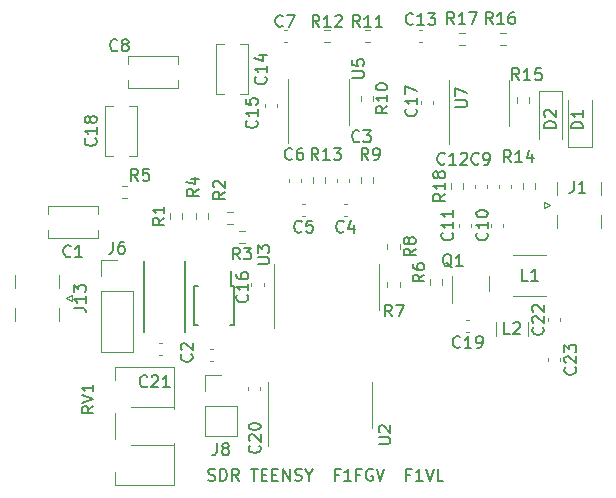
<source format=gbr>
%TF.GenerationSoftware,KiCad,Pcbnew,7.0.9*%
%TF.CreationDate,2024-08-27T22:02:00+02:00*%
%TF.ProjectId,Elektor,456c656b-746f-4722-9e6b-696361645f70,rev?*%
%TF.SameCoordinates,Original*%
%TF.FileFunction,Legend,Top*%
%TF.FilePolarity,Positive*%
%FSLAX46Y46*%
G04 Gerber Fmt 4.6, Leading zero omitted, Abs format (unit mm)*
G04 Created by KiCad (PCBNEW 7.0.9) date 2024-08-27 22:02:00*
%MOMM*%
%LPD*%
G01*
G04 APERTURE LIST*
%ADD10C,0.150000*%
%ADD11C,0.120000*%
%ADD12C,0.127000*%
G04 APERTURE END LIST*
D10*
X173539160Y-100572200D02*
X173682017Y-100619819D01*
X173682017Y-100619819D02*
X173920112Y-100619819D01*
X173920112Y-100619819D02*
X174015350Y-100572200D01*
X174015350Y-100572200D02*
X174062969Y-100524580D01*
X174062969Y-100524580D02*
X174110588Y-100429342D01*
X174110588Y-100429342D02*
X174110588Y-100334104D01*
X174110588Y-100334104D02*
X174062969Y-100238866D01*
X174062969Y-100238866D02*
X174015350Y-100191247D01*
X174015350Y-100191247D02*
X173920112Y-100143628D01*
X173920112Y-100143628D02*
X173729636Y-100096009D01*
X173729636Y-100096009D02*
X173634398Y-100048390D01*
X173634398Y-100048390D02*
X173586779Y-100000771D01*
X173586779Y-100000771D02*
X173539160Y-99905533D01*
X173539160Y-99905533D02*
X173539160Y-99810295D01*
X173539160Y-99810295D02*
X173586779Y-99715057D01*
X173586779Y-99715057D02*
X173634398Y-99667438D01*
X173634398Y-99667438D02*
X173729636Y-99619819D01*
X173729636Y-99619819D02*
X173967731Y-99619819D01*
X173967731Y-99619819D02*
X174110588Y-99667438D01*
X174539160Y-100619819D02*
X174539160Y-99619819D01*
X174539160Y-99619819D02*
X174777255Y-99619819D01*
X174777255Y-99619819D02*
X174920112Y-99667438D01*
X174920112Y-99667438D02*
X175015350Y-99762676D01*
X175015350Y-99762676D02*
X175062969Y-99857914D01*
X175062969Y-99857914D02*
X175110588Y-100048390D01*
X175110588Y-100048390D02*
X175110588Y-100191247D01*
X175110588Y-100191247D02*
X175062969Y-100381723D01*
X175062969Y-100381723D02*
X175015350Y-100476961D01*
X175015350Y-100476961D02*
X174920112Y-100572200D01*
X174920112Y-100572200D02*
X174777255Y-100619819D01*
X174777255Y-100619819D02*
X174539160Y-100619819D01*
X176110588Y-100619819D02*
X175777255Y-100143628D01*
X175539160Y-100619819D02*
X175539160Y-99619819D01*
X175539160Y-99619819D02*
X175920112Y-99619819D01*
X175920112Y-99619819D02*
X176015350Y-99667438D01*
X176015350Y-99667438D02*
X176062969Y-99715057D01*
X176062969Y-99715057D02*
X176110588Y-99810295D01*
X176110588Y-99810295D02*
X176110588Y-99953152D01*
X176110588Y-99953152D02*
X176062969Y-100048390D01*
X176062969Y-100048390D02*
X176015350Y-100096009D01*
X176015350Y-100096009D02*
X175920112Y-100143628D01*
X175920112Y-100143628D02*
X175539160Y-100143628D01*
X177158208Y-99619819D02*
X177729636Y-99619819D01*
X177443922Y-100619819D02*
X177443922Y-99619819D01*
X178062970Y-100096009D02*
X178396303Y-100096009D01*
X178539160Y-100619819D02*
X178062970Y-100619819D01*
X178062970Y-100619819D02*
X178062970Y-99619819D01*
X178062970Y-99619819D02*
X178539160Y-99619819D01*
X178967732Y-100096009D02*
X179301065Y-100096009D01*
X179443922Y-100619819D02*
X178967732Y-100619819D01*
X178967732Y-100619819D02*
X178967732Y-99619819D01*
X178967732Y-99619819D02*
X179443922Y-99619819D01*
X179872494Y-100619819D02*
X179872494Y-99619819D01*
X179872494Y-99619819D02*
X180443922Y-100619819D01*
X180443922Y-100619819D02*
X180443922Y-99619819D01*
X180872494Y-100572200D02*
X181015351Y-100619819D01*
X181015351Y-100619819D02*
X181253446Y-100619819D01*
X181253446Y-100619819D02*
X181348684Y-100572200D01*
X181348684Y-100572200D02*
X181396303Y-100524580D01*
X181396303Y-100524580D02*
X181443922Y-100429342D01*
X181443922Y-100429342D02*
X181443922Y-100334104D01*
X181443922Y-100334104D02*
X181396303Y-100238866D01*
X181396303Y-100238866D02*
X181348684Y-100191247D01*
X181348684Y-100191247D02*
X181253446Y-100143628D01*
X181253446Y-100143628D02*
X181062970Y-100096009D01*
X181062970Y-100096009D02*
X180967732Y-100048390D01*
X180967732Y-100048390D02*
X180920113Y-100000771D01*
X180920113Y-100000771D02*
X180872494Y-99905533D01*
X180872494Y-99905533D02*
X180872494Y-99810295D01*
X180872494Y-99810295D02*
X180920113Y-99715057D01*
X180920113Y-99715057D02*
X180967732Y-99667438D01*
X180967732Y-99667438D02*
X181062970Y-99619819D01*
X181062970Y-99619819D02*
X181301065Y-99619819D01*
X181301065Y-99619819D02*
X181443922Y-99667438D01*
X182062970Y-100143628D02*
X182062970Y-100619819D01*
X181729637Y-99619819D02*
X182062970Y-100143628D01*
X182062970Y-100143628D02*
X182396303Y-99619819D01*
X184586780Y-100096009D02*
X184253447Y-100096009D01*
X184253447Y-100619819D02*
X184253447Y-99619819D01*
X184253447Y-99619819D02*
X184729637Y-99619819D01*
X185634399Y-100619819D02*
X185062971Y-100619819D01*
X185348685Y-100619819D02*
X185348685Y-99619819D01*
X185348685Y-99619819D02*
X185253447Y-99762676D01*
X185253447Y-99762676D02*
X185158209Y-99857914D01*
X185158209Y-99857914D02*
X185062971Y-99905533D01*
X186396304Y-100096009D02*
X186062971Y-100096009D01*
X186062971Y-100619819D02*
X186062971Y-99619819D01*
X186062971Y-99619819D02*
X186539161Y-99619819D01*
X187443923Y-99667438D02*
X187348685Y-99619819D01*
X187348685Y-99619819D02*
X187205828Y-99619819D01*
X187205828Y-99619819D02*
X187062971Y-99667438D01*
X187062971Y-99667438D02*
X186967733Y-99762676D01*
X186967733Y-99762676D02*
X186920114Y-99857914D01*
X186920114Y-99857914D02*
X186872495Y-100048390D01*
X186872495Y-100048390D02*
X186872495Y-100191247D01*
X186872495Y-100191247D02*
X186920114Y-100381723D01*
X186920114Y-100381723D02*
X186967733Y-100476961D01*
X186967733Y-100476961D02*
X187062971Y-100572200D01*
X187062971Y-100572200D02*
X187205828Y-100619819D01*
X187205828Y-100619819D02*
X187301066Y-100619819D01*
X187301066Y-100619819D02*
X187443923Y-100572200D01*
X187443923Y-100572200D02*
X187491542Y-100524580D01*
X187491542Y-100524580D02*
X187491542Y-100191247D01*
X187491542Y-100191247D02*
X187301066Y-100191247D01*
X187777257Y-99619819D02*
X188110590Y-100619819D01*
X188110590Y-100619819D02*
X188443923Y-99619819D01*
X190634400Y-100096009D02*
X190301067Y-100096009D01*
X190301067Y-100619819D02*
X190301067Y-99619819D01*
X190301067Y-99619819D02*
X190777257Y-99619819D01*
X191682019Y-100619819D02*
X191110591Y-100619819D01*
X191396305Y-100619819D02*
X191396305Y-99619819D01*
X191396305Y-99619819D02*
X191301067Y-99762676D01*
X191301067Y-99762676D02*
X191205829Y-99857914D01*
X191205829Y-99857914D02*
X191110591Y-99905533D01*
X191967734Y-99619819D02*
X192301067Y-100619819D01*
X192301067Y-100619819D02*
X192634400Y-99619819D01*
X193443924Y-100619819D02*
X192967734Y-100619819D01*
X192967734Y-100619819D02*
X192967734Y-99619819D01*
X187954819Y-97511904D02*
X188764342Y-97511904D01*
X188764342Y-97511904D02*
X188859580Y-97464285D01*
X188859580Y-97464285D02*
X188907200Y-97416666D01*
X188907200Y-97416666D02*
X188954819Y-97321428D01*
X188954819Y-97321428D02*
X188954819Y-97130952D01*
X188954819Y-97130952D02*
X188907200Y-97035714D01*
X188907200Y-97035714D02*
X188859580Y-96988095D01*
X188859580Y-96988095D02*
X188764342Y-96940476D01*
X188764342Y-96940476D02*
X187954819Y-96940476D01*
X188050057Y-96511904D02*
X188002438Y-96464285D01*
X188002438Y-96464285D02*
X187954819Y-96369047D01*
X187954819Y-96369047D02*
X187954819Y-96130952D01*
X187954819Y-96130952D02*
X188002438Y-96035714D01*
X188002438Y-96035714D02*
X188050057Y-95988095D01*
X188050057Y-95988095D02*
X188145295Y-95940476D01*
X188145295Y-95940476D02*
X188240533Y-95940476D01*
X188240533Y-95940476D02*
X188383390Y-95988095D01*
X188383390Y-95988095D02*
X188954819Y-96559523D01*
X188954819Y-96559523D02*
X188954819Y-95940476D01*
X163804819Y-94295238D02*
X163328628Y-94628571D01*
X163804819Y-94866666D02*
X162804819Y-94866666D01*
X162804819Y-94866666D02*
X162804819Y-94485714D01*
X162804819Y-94485714D02*
X162852438Y-94390476D01*
X162852438Y-94390476D02*
X162900057Y-94342857D01*
X162900057Y-94342857D02*
X162995295Y-94295238D01*
X162995295Y-94295238D02*
X163138152Y-94295238D01*
X163138152Y-94295238D02*
X163233390Y-94342857D01*
X163233390Y-94342857D02*
X163281009Y-94390476D01*
X163281009Y-94390476D02*
X163328628Y-94485714D01*
X163328628Y-94485714D02*
X163328628Y-94866666D01*
X162804819Y-94009523D02*
X163804819Y-93676190D01*
X163804819Y-93676190D02*
X162804819Y-93342857D01*
X163804819Y-92485714D02*
X163804819Y-93057142D01*
X163804819Y-92771428D02*
X162804819Y-92771428D01*
X162804819Y-92771428D02*
X162947676Y-92866666D01*
X162947676Y-92866666D02*
X163042914Y-92961904D01*
X163042914Y-92961904D02*
X163090533Y-93057142D01*
X201859580Y-87642857D02*
X201907200Y-87690476D01*
X201907200Y-87690476D02*
X201954819Y-87833333D01*
X201954819Y-87833333D02*
X201954819Y-87928571D01*
X201954819Y-87928571D02*
X201907200Y-88071428D01*
X201907200Y-88071428D02*
X201811961Y-88166666D01*
X201811961Y-88166666D02*
X201716723Y-88214285D01*
X201716723Y-88214285D02*
X201526247Y-88261904D01*
X201526247Y-88261904D02*
X201383390Y-88261904D01*
X201383390Y-88261904D02*
X201192914Y-88214285D01*
X201192914Y-88214285D02*
X201097676Y-88166666D01*
X201097676Y-88166666D02*
X201002438Y-88071428D01*
X201002438Y-88071428D02*
X200954819Y-87928571D01*
X200954819Y-87928571D02*
X200954819Y-87833333D01*
X200954819Y-87833333D02*
X201002438Y-87690476D01*
X201002438Y-87690476D02*
X201050057Y-87642857D01*
X201050057Y-87261904D02*
X201002438Y-87214285D01*
X201002438Y-87214285D02*
X200954819Y-87119047D01*
X200954819Y-87119047D02*
X200954819Y-86880952D01*
X200954819Y-86880952D02*
X201002438Y-86785714D01*
X201002438Y-86785714D02*
X201050057Y-86738095D01*
X201050057Y-86738095D02*
X201145295Y-86690476D01*
X201145295Y-86690476D02*
X201240533Y-86690476D01*
X201240533Y-86690476D02*
X201383390Y-86738095D01*
X201383390Y-86738095D02*
X201954819Y-87309523D01*
X201954819Y-87309523D02*
X201954819Y-86690476D01*
X201050057Y-86309523D02*
X201002438Y-86261904D01*
X201002438Y-86261904D02*
X200954819Y-86166666D01*
X200954819Y-86166666D02*
X200954819Y-85928571D01*
X200954819Y-85928571D02*
X201002438Y-85833333D01*
X201002438Y-85833333D02*
X201050057Y-85785714D01*
X201050057Y-85785714D02*
X201145295Y-85738095D01*
X201145295Y-85738095D02*
X201240533Y-85738095D01*
X201240533Y-85738095D02*
X201383390Y-85785714D01*
X201383390Y-85785714D02*
X201954819Y-86357142D01*
X201954819Y-86357142D02*
X201954819Y-85738095D01*
X163975580Y-71642857D02*
X164023200Y-71690476D01*
X164023200Y-71690476D02*
X164070819Y-71833333D01*
X164070819Y-71833333D02*
X164070819Y-71928571D01*
X164070819Y-71928571D02*
X164023200Y-72071428D01*
X164023200Y-72071428D02*
X163927961Y-72166666D01*
X163927961Y-72166666D02*
X163832723Y-72214285D01*
X163832723Y-72214285D02*
X163642247Y-72261904D01*
X163642247Y-72261904D02*
X163499390Y-72261904D01*
X163499390Y-72261904D02*
X163308914Y-72214285D01*
X163308914Y-72214285D02*
X163213676Y-72166666D01*
X163213676Y-72166666D02*
X163118438Y-72071428D01*
X163118438Y-72071428D02*
X163070819Y-71928571D01*
X163070819Y-71928571D02*
X163070819Y-71833333D01*
X163070819Y-71833333D02*
X163118438Y-71690476D01*
X163118438Y-71690476D02*
X163166057Y-71642857D01*
X164070819Y-70690476D02*
X164070819Y-71261904D01*
X164070819Y-70976190D02*
X163070819Y-70976190D01*
X163070819Y-70976190D02*
X163213676Y-71071428D01*
X163213676Y-71071428D02*
X163308914Y-71166666D01*
X163308914Y-71166666D02*
X163356533Y-71261904D01*
X163499390Y-70119047D02*
X163451771Y-70214285D01*
X163451771Y-70214285D02*
X163404152Y-70261904D01*
X163404152Y-70261904D02*
X163308914Y-70309523D01*
X163308914Y-70309523D02*
X163261295Y-70309523D01*
X163261295Y-70309523D02*
X163166057Y-70261904D01*
X163166057Y-70261904D02*
X163118438Y-70214285D01*
X163118438Y-70214285D02*
X163070819Y-70119047D01*
X163070819Y-70119047D02*
X163070819Y-69928571D01*
X163070819Y-69928571D02*
X163118438Y-69833333D01*
X163118438Y-69833333D02*
X163166057Y-69785714D01*
X163166057Y-69785714D02*
X163261295Y-69738095D01*
X163261295Y-69738095D02*
X163308914Y-69738095D01*
X163308914Y-69738095D02*
X163404152Y-69785714D01*
X163404152Y-69785714D02*
X163451771Y-69833333D01*
X163451771Y-69833333D02*
X163499390Y-69928571D01*
X163499390Y-69928571D02*
X163499390Y-70119047D01*
X163499390Y-70119047D02*
X163547009Y-70214285D01*
X163547009Y-70214285D02*
X163594628Y-70261904D01*
X163594628Y-70261904D02*
X163689866Y-70309523D01*
X163689866Y-70309523D02*
X163880342Y-70309523D01*
X163880342Y-70309523D02*
X163975580Y-70261904D01*
X163975580Y-70261904D02*
X164023200Y-70214285D01*
X164023200Y-70214285D02*
X164070819Y-70119047D01*
X164070819Y-70119047D02*
X164070819Y-69928571D01*
X164070819Y-69928571D02*
X164023200Y-69833333D01*
X164023200Y-69833333D02*
X163975580Y-69785714D01*
X163975580Y-69785714D02*
X163880342Y-69738095D01*
X163880342Y-69738095D02*
X163689866Y-69738095D01*
X163689866Y-69738095D02*
X163594628Y-69785714D01*
X163594628Y-69785714D02*
X163547009Y-69833333D01*
X163547009Y-69833333D02*
X163499390Y-69928571D01*
X177859580Y-97642857D02*
X177907200Y-97690476D01*
X177907200Y-97690476D02*
X177954819Y-97833333D01*
X177954819Y-97833333D02*
X177954819Y-97928571D01*
X177954819Y-97928571D02*
X177907200Y-98071428D01*
X177907200Y-98071428D02*
X177811961Y-98166666D01*
X177811961Y-98166666D02*
X177716723Y-98214285D01*
X177716723Y-98214285D02*
X177526247Y-98261904D01*
X177526247Y-98261904D02*
X177383390Y-98261904D01*
X177383390Y-98261904D02*
X177192914Y-98214285D01*
X177192914Y-98214285D02*
X177097676Y-98166666D01*
X177097676Y-98166666D02*
X177002438Y-98071428D01*
X177002438Y-98071428D02*
X176954819Y-97928571D01*
X176954819Y-97928571D02*
X176954819Y-97833333D01*
X176954819Y-97833333D02*
X177002438Y-97690476D01*
X177002438Y-97690476D02*
X177050057Y-97642857D01*
X177050057Y-97261904D02*
X177002438Y-97214285D01*
X177002438Y-97214285D02*
X176954819Y-97119047D01*
X176954819Y-97119047D02*
X176954819Y-96880952D01*
X176954819Y-96880952D02*
X177002438Y-96785714D01*
X177002438Y-96785714D02*
X177050057Y-96738095D01*
X177050057Y-96738095D02*
X177145295Y-96690476D01*
X177145295Y-96690476D02*
X177240533Y-96690476D01*
X177240533Y-96690476D02*
X177383390Y-96738095D01*
X177383390Y-96738095D02*
X177954819Y-97309523D01*
X177954819Y-97309523D02*
X177954819Y-96690476D01*
X176954819Y-96071428D02*
X176954819Y-95976190D01*
X176954819Y-95976190D02*
X177002438Y-95880952D01*
X177002438Y-95880952D02*
X177050057Y-95833333D01*
X177050057Y-95833333D02*
X177145295Y-95785714D01*
X177145295Y-95785714D02*
X177335771Y-95738095D01*
X177335771Y-95738095D02*
X177573866Y-95738095D01*
X177573866Y-95738095D02*
X177764342Y-95785714D01*
X177764342Y-95785714D02*
X177859580Y-95833333D01*
X177859580Y-95833333D02*
X177907200Y-95880952D01*
X177907200Y-95880952D02*
X177954819Y-95976190D01*
X177954819Y-95976190D02*
X177954819Y-96071428D01*
X177954819Y-96071428D02*
X177907200Y-96166666D01*
X177907200Y-96166666D02*
X177859580Y-96214285D01*
X177859580Y-96214285D02*
X177764342Y-96261904D01*
X177764342Y-96261904D02*
X177573866Y-96309523D01*
X177573866Y-96309523D02*
X177335771Y-96309523D01*
X177335771Y-96309523D02*
X177145295Y-96261904D01*
X177145295Y-96261904D02*
X177050057Y-96214285D01*
X177050057Y-96214285D02*
X177002438Y-96166666D01*
X177002438Y-96166666D02*
X176954819Y-96071428D01*
X194154761Y-82550057D02*
X194059523Y-82502438D01*
X194059523Y-82502438D02*
X193964285Y-82407200D01*
X193964285Y-82407200D02*
X193821428Y-82264342D01*
X193821428Y-82264342D02*
X193726190Y-82216723D01*
X193726190Y-82216723D02*
X193630952Y-82216723D01*
X193678571Y-82454819D02*
X193583333Y-82407200D01*
X193583333Y-82407200D02*
X193488095Y-82311961D01*
X193488095Y-82311961D02*
X193440476Y-82121485D01*
X193440476Y-82121485D02*
X193440476Y-81788152D01*
X193440476Y-81788152D02*
X193488095Y-81597676D01*
X193488095Y-81597676D02*
X193583333Y-81502438D01*
X193583333Y-81502438D02*
X193678571Y-81454819D01*
X193678571Y-81454819D02*
X193869047Y-81454819D01*
X193869047Y-81454819D02*
X193964285Y-81502438D01*
X193964285Y-81502438D02*
X194059523Y-81597676D01*
X194059523Y-81597676D02*
X194107142Y-81788152D01*
X194107142Y-81788152D02*
X194107142Y-82121485D01*
X194107142Y-82121485D02*
X194059523Y-82311961D01*
X194059523Y-82311961D02*
X193964285Y-82407200D01*
X193964285Y-82407200D02*
X193869047Y-82454819D01*
X193869047Y-82454819D02*
X193678571Y-82454819D01*
X195059523Y-82454819D02*
X194488095Y-82454819D01*
X194773809Y-82454819D02*
X194773809Y-81454819D01*
X194773809Y-81454819D02*
X194678571Y-81597676D01*
X194678571Y-81597676D02*
X194583333Y-81692914D01*
X194583333Y-81692914D02*
X194488095Y-81740533D01*
X177609580Y-70142857D02*
X177657200Y-70190476D01*
X177657200Y-70190476D02*
X177704819Y-70333333D01*
X177704819Y-70333333D02*
X177704819Y-70428571D01*
X177704819Y-70428571D02*
X177657200Y-70571428D01*
X177657200Y-70571428D02*
X177561961Y-70666666D01*
X177561961Y-70666666D02*
X177466723Y-70714285D01*
X177466723Y-70714285D02*
X177276247Y-70761904D01*
X177276247Y-70761904D02*
X177133390Y-70761904D01*
X177133390Y-70761904D02*
X176942914Y-70714285D01*
X176942914Y-70714285D02*
X176847676Y-70666666D01*
X176847676Y-70666666D02*
X176752438Y-70571428D01*
X176752438Y-70571428D02*
X176704819Y-70428571D01*
X176704819Y-70428571D02*
X176704819Y-70333333D01*
X176704819Y-70333333D02*
X176752438Y-70190476D01*
X176752438Y-70190476D02*
X176800057Y-70142857D01*
X177704819Y-69190476D02*
X177704819Y-69761904D01*
X177704819Y-69476190D02*
X176704819Y-69476190D01*
X176704819Y-69476190D02*
X176847676Y-69571428D01*
X176847676Y-69571428D02*
X176942914Y-69666666D01*
X176942914Y-69666666D02*
X176990533Y-69761904D01*
X176704819Y-68285714D02*
X176704819Y-68761904D01*
X176704819Y-68761904D02*
X177181009Y-68809523D01*
X177181009Y-68809523D02*
X177133390Y-68761904D01*
X177133390Y-68761904D02*
X177085771Y-68666666D01*
X177085771Y-68666666D02*
X177085771Y-68428571D01*
X177085771Y-68428571D02*
X177133390Y-68333333D01*
X177133390Y-68333333D02*
X177181009Y-68285714D01*
X177181009Y-68285714D02*
X177276247Y-68238095D01*
X177276247Y-68238095D02*
X177514342Y-68238095D01*
X177514342Y-68238095D02*
X177609580Y-68285714D01*
X177609580Y-68285714D02*
X177657200Y-68333333D01*
X177657200Y-68333333D02*
X177704819Y-68428571D01*
X177704819Y-68428571D02*
X177704819Y-68666666D01*
X177704819Y-68666666D02*
X177657200Y-68761904D01*
X177657200Y-68761904D02*
X177609580Y-68809523D01*
X193588819Y-76334857D02*
X193112628Y-76668190D01*
X193588819Y-76906285D02*
X192588819Y-76906285D01*
X192588819Y-76906285D02*
X192588819Y-76525333D01*
X192588819Y-76525333D02*
X192636438Y-76430095D01*
X192636438Y-76430095D02*
X192684057Y-76382476D01*
X192684057Y-76382476D02*
X192779295Y-76334857D01*
X192779295Y-76334857D02*
X192922152Y-76334857D01*
X192922152Y-76334857D02*
X193017390Y-76382476D01*
X193017390Y-76382476D02*
X193065009Y-76430095D01*
X193065009Y-76430095D02*
X193112628Y-76525333D01*
X193112628Y-76525333D02*
X193112628Y-76906285D01*
X193588819Y-75382476D02*
X193588819Y-75953904D01*
X193588819Y-75668190D02*
X192588819Y-75668190D01*
X192588819Y-75668190D02*
X192731676Y-75763428D01*
X192731676Y-75763428D02*
X192826914Y-75858666D01*
X192826914Y-75858666D02*
X192874533Y-75953904D01*
X193017390Y-74811047D02*
X192969771Y-74906285D01*
X192969771Y-74906285D02*
X192922152Y-74953904D01*
X192922152Y-74953904D02*
X192826914Y-75001523D01*
X192826914Y-75001523D02*
X192779295Y-75001523D01*
X192779295Y-75001523D02*
X192684057Y-74953904D01*
X192684057Y-74953904D02*
X192636438Y-74906285D01*
X192636438Y-74906285D02*
X192588819Y-74811047D01*
X192588819Y-74811047D02*
X192588819Y-74620571D01*
X192588819Y-74620571D02*
X192636438Y-74525333D01*
X192636438Y-74525333D02*
X192684057Y-74477714D01*
X192684057Y-74477714D02*
X192779295Y-74430095D01*
X192779295Y-74430095D02*
X192826914Y-74430095D01*
X192826914Y-74430095D02*
X192922152Y-74477714D01*
X192922152Y-74477714D02*
X192969771Y-74525333D01*
X192969771Y-74525333D02*
X193017390Y-74620571D01*
X193017390Y-74620571D02*
X193017390Y-74811047D01*
X193017390Y-74811047D02*
X193065009Y-74906285D01*
X193065009Y-74906285D02*
X193112628Y-74953904D01*
X193112628Y-74953904D02*
X193207866Y-75001523D01*
X193207866Y-75001523D02*
X193398342Y-75001523D01*
X193398342Y-75001523D02*
X193493580Y-74953904D01*
X193493580Y-74953904D02*
X193541200Y-74906285D01*
X193541200Y-74906285D02*
X193588819Y-74811047D01*
X193588819Y-74811047D02*
X193588819Y-74620571D01*
X193588819Y-74620571D02*
X193541200Y-74525333D01*
X193541200Y-74525333D02*
X193493580Y-74477714D01*
X193493580Y-74477714D02*
X193398342Y-74430095D01*
X193398342Y-74430095D02*
X193207866Y-74430095D01*
X193207866Y-74430095D02*
X193112628Y-74477714D01*
X193112628Y-74477714D02*
X193065009Y-74525333D01*
X193065009Y-74525333D02*
X193017390Y-74620571D01*
X186333333Y-71859580D02*
X186285714Y-71907200D01*
X186285714Y-71907200D02*
X186142857Y-71954819D01*
X186142857Y-71954819D02*
X186047619Y-71954819D01*
X186047619Y-71954819D02*
X185904762Y-71907200D01*
X185904762Y-71907200D02*
X185809524Y-71811961D01*
X185809524Y-71811961D02*
X185761905Y-71716723D01*
X185761905Y-71716723D02*
X185714286Y-71526247D01*
X185714286Y-71526247D02*
X185714286Y-71383390D01*
X185714286Y-71383390D02*
X185761905Y-71192914D01*
X185761905Y-71192914D02*
X185809524Y-71097676D01*
X185809524Y-71097676D02*
X185904762Y-71002438D01*
X185904762Y-71002438D02*
X186047619Y-70954819D01*
X186047619Y-70954819D02*
X186142857Y-70954819D01*
X186142857Y-70954819D02*
X186285714Y-71002438D01*
X186285714Y-71002438D02*
X186333333Y-71050057D01*
X186666667Y-70954819D02*
X187285714Y-70954819D01*
X187285714Y-70954819D02*
X186952381Y-71335771D01*
X186952381Y-71335771D02*
X187095238Y-71335771D01*
X187095238Y-71335771D02*
X187190476Y-71383390D01*
X187190476Y-71383390D02*
X187238095Y-71431009D01*
X187238095Y-71431009D02*
X187285714Y-71526247D01*
X187285714Y-71526247D02*
X187285714Y-71764342D01*
X187285714Y-71764342D02*
X187238095Y-71859580D01*
X187238095Y-71859580D02*
X187190476Y-71907200D01*
X187190476Y-71907200D02*
X187095238Y-71954819D01*
X187095238Y-71954819D02*
X186809524Y-71954819D01*
X186809524Y-71954819D02*
X186714286Y-71907200D01*
X186714286Y-71907200D02*
X186666667Y-71859580D01*
X204466666Y-75254819D02*
X204466666Y-75969104D01*
X204466666Y-75969104D02*
X204419047Y-76111961D01*
X204419047Y-76111961D02*
X204323809Y-76207200D01*
X204323809Y-76207200D02*
X204180952Y-76254819D01*
X204180952Y-76254819D02*
X204085714Y-76254819D01*
X205466666Y-76254819D02*
X204895238Y-76254819D01*
X205180952Y-76254819D02*
X205180952Y-75254819D01*
X205180952Y-75254819D02*
X205085714Y-75397676D01*
X205085714Y-75397676D02*
X204990476Y-75492914D01*
X204990476Y-75492914D02*
X204895238Y-75540533D01*
X194357142Y-61954819D02*
X194023809Y-61478628D01*
X193785714Y-61954819D02*
X193785714Y-60954819D01*
X193785714Y-60954819D02*
X194166666Y-60954819D01*
X194166666Y-60954819D02*
X194261904Y-61002438D01*
X194261904Y-61002438D02*
X194309523Y-61050057D01*
X194309523Y-61050057D02*
X194357142Y-61145295D01*
X194357142Y-61145295D02*
X194357142Y-61288152D01*
X194357142Y-61288152D02*
X194309523Y-61383390D01*
X194309523Y-61383390D02*
X194261904Y-61431009D01*
X194261904Y-61431009D02*
X194166666Y-61478628D01*
X194166666Y-61478628D02*
X193785714Y-61478628D01*
X195309523Y-61954819D02*
X194738095Y-61954819D01*
X195023809Y-61954819D02*
X195023809Y-60954819D01*
X195023809Y-60954819D02*
X194928571Y-61097676D01*
X194928571Y-61097676D02*
X194833333Y-61192914D01*
X194833333Y-61192914D02*
X194738095Y-61240533D01*
X195642857Y-60954819D02*
X196309523Y-60954819D01*
X196309523Y-60954819D02*
X195880952Y-61954819D01*
X185704819Y-66511904D02*
X186514342Y-66511904D01*
X186514342Y-66511904D02*
X186609580Y-66464285D01*
X186609580Y-66464285D02*
X186657200Y-66416666D01*
X186657200Y-66416666D02*
X186704819Y-66321428D01*
X186704819Y-66321428D02*
X186704819Y-66130952D01*
X186704819Y-66130952D02*
X186657200Y-66035714D01*
X186657200Y-66035714D02*
X186609580Y-65988095D01*
X186609580Y-65988095D02*
X186514342Y-65940476D01*
X186514342Y-65940476D02*
X185704819Y-65940476D01*
X185704819Y-64988095D02*
X185704819Y-65464285D01*
X185704819Y-65464285D02*
X186181009Y-65511904D01*
X186181009Y-65511904D02*
X186133390Y-65464285D01*
X186133390Y-65464285D02*
X186085771Y-65369047D01*
X186085771Y-65369047D02*
X186085771Y-65130952D01*
X186085771Y-65130952D02*
X186133390Y-65035714D01*
X186133390Y-65035714D02*
X186181009Y-64988095D01*
X186181009Y-64988095D02*
X186276247Y-64940476D01*
X186276247Y-64940476D02*
X186514342Y-64940476D01*
X186514342Y-64940476D02*
X186609580Y-64988095D01*
X186609580Y-64988095D02*
X186657200Y-65035714D01*
X186657200Y-65035714D02*
X186704819Y-65130952D01*
X186704819Y-65130952D02*
X186704819Y-65369047D01*
X186704819Y-65369047D02*
X186657200Y-65464285D01*
X186657200Y-65464285D02*
X186609580Y-65511904D01*
X167583333Y-75224819D02*
X167250000Y-74748628D01*
X167011905Y-75224819D02*
X167011905Y-74224819D01*
X167011905Y-74224819D02*
X167392857Y-74224819D01*
X167392857Y-74224819D02*
X167488095Y-74272438D01*
X167488095Y-74272438D02*
X167535714Y-74320057D01*
X167535714Y-74320057D02*
X167583333Y-74415295D01*
X167583333Y-74415295D02*
X167583333Y-74558152D01*
X167583333Y-74558152D02*
X167535714Y-74653390D01*
X167535714Y-74653390D02*
X167488095Y-74701009D01*
X167488095Y-74701009D02*
X167392857Y-74748628D01*
X167392857Y-74748628D02*
X167011905Y-74748628D01*
X168488095Y-74224819D02*
X168011905Y-74224819D01*
X168011905Y-74224819D02*
X167964286Y-74701009D01*
X167964286Y-74701009D02*
X168011905Y-74653390D01*
X168011905Y-74653390D02*
X168107143Y-74605771D01*
X168107143Y-74605771D02*
X168345238Y-74605771D01*
X168345238Y-74605771D02*
X168440476Y-74653390D01*
X168440476Y-74653390D02*
X168488095Y-74701009D01*
X168488095Y-74701009D02*
X168535714Y-74796247D01*
X168535714Y-74796247D02*
X168535714Y-75034342D01*
X168535714Y-75034342D02*
X168488095Y-75129580D01*
X168488095Y-75129580D02*
X168440476Y-75177200D01*
X168440476Y-75177200D02*
X168345238Y-75224819D01*
X168345238Y-75224819D02*
X168107143Y-75224819D01*
X168107143Y-75224819D02*
X168011905Y-75177200D01*
X168011905Y-75177200D02*
X167964286Y-75129580D01*
X202954819Y-70738094D02*
X201954819Y-70738094D01*
X201954819Y-70738094D02*
X201954819Y-70499999D01*
X201954819Y-70499999D02*
X202002438Y-70357142D01*
X202002438Y-70357142D02*
X202097676Y-70261904D01*
X202097676Y-70261904D02*
X202192914Y-70214285D01*
X202192914Y-70214285D02*
X202383390Y-70166666D01*
X202383390Y-70166666D02*
X202526247Y-70166666D01*
X202526247Y-70166666D02*
X202716723Y-70214285D01*
X202716723Y-70214285D02*
X202811961Y-70261904D01*
X202811961Y-70261904D02*
X202907200Y-70357142D01*
X202907200Y-70357142D02*
X202954819Y-70499999D01*
X202954819Y-70499999D02*
X202954819Y-70738094D01*
X202050057Y-69785713D02*
X202002438Y-69738094D01*
X202002438Y-69738094D02*
X201954819Y-69642856D01*
X201954819Y-69642856D02*
X201954819Y-69404761D01*
X201954819Y-69404761D02*
X202002438Y-69309523D01*
X202002438Y-69309523D02*
X202050057Y-69261904D01*
X202050057Y-69261904D02*
X202145295Y-69214285D01*
X202145295Y-69214285D02*
X202240533Y-69214285D01*
X202240533Y-69214285D02*
X202383390Y-69261904D01*
X202383390Y-69261904D02*
X202954819Y-69833332D01*
X202954819Y-69833332D02*
X202954819Y-69214285D01*
X161885333Y-81599580D02*
X161837714Y-81647200D01*
X161837714Y-81647200D02*
X161694857Y-81694819D01*
X161694857Y-81694819D02*
X161599619Y-81694819D01*
X161599619Y-81694819D02*
X161456762Y-81647200D01*
X161456762Y-81647200D02*
X161361524Y-81551961D01*
X161361524Y-81551961D02*
X161313905Y-81456723D01*
X161313905Y-81456723D02*
X161266286Y-81266247D01*
X161266286Y-81266247D02*
X161266286Y-81123390D01*
X161266286Y-81123390D02*
X161313905Y-80932914D01*
X161313905Y-80932914D02*
X161361524Y-80837676D01*
X161361524Y-80837676D02*
X161456762Y-80742438D01*
X161456762Y-80742438D02*
X161599619Y-80694819D01*
X161599619Y-80694819D02*
X161694857Y-80694819D01*
X161694857Y-80694819D02*
X161837714Y-80742438D01*
X161837714Y-80742438D02*
X161885333Y-80790057D01*
X162837714Y-81694819D02*
X162266286Y-81694819D01*
X162552000Y-81694819D02*
X162552000Y-80694819D01*
X162552000Y-80694819D02*
X162456762Y-80837676D01*
X162456762Y-80837676D02*
X162361524Y-80932914D01*
X162361524Y-80932914D02*
X162266286Y-80980533D01*
X177714819Y-82261904D02*
X178524342Y-82261904D01*
X178524342Y-82261904D02*
X178619580Y-82214285D01*
X178619580Y-82214285D02*
X178667200Y-82166666D01*
X178667200Y-82166666D02*
X178714819Y-82071428D01*
X178714819Y-82071428D02*
X178714819Y-81880952D01*
X178714819Y-81880952D02*
X178667200Y-81785714D01*
X178667200Y-81785714D02*
X178619580Y-81738095D01*
X178619580Y-81738095D02*
X178524342Y-81690476D01*
X178524342Y-81690476D02*
X177714819Y-81690476D01*
X177714819Y-81309523D02*
X177714819Y-80690476D01*
X177714819Y-80690476D02*
X178095771Y-81023809D01*
X178095771Y-81023809D02*
X178095771Y-80880952D01*
X178095771Y-80880952D02*
X178143390Y-80785714D01*
X178143390Y-80785714D02*
X178191009Y-80738095D01*
X178191009Y-80738095D02*
X178286247Y-80690476D01*
X178286247Y-80690476D02*
X178524342Y-80690476D01*
X178524342Y-80690476D02*
X178619580Y-80738095D01*
X178619580Y-80738095D02*
X178667200Y-80785714D01*
X178667200Y-80785714D02*
X178714819Y-80880952D01*
X178714819Y-80880952D02*
X178714819Y-81166666D01*
X178714819Y-81166666D02*
X178667200Y-81261904D01*
X178667200Y-81261904D02*
X178619580Y-81309523D01*
X172704819Y-75916666D02*
X172228628Y-76249999D01*
X172704819Y-76488094D02*
X171704819Y-76488094D01*
X171704819Y-76488094D02*
X171704819Y-76107142D01*
X171704819Y-76107142D02*
X171752438Y-76011904D01*
X171752438Y-76011904D02*
X171800057Y-75964285D01*
X171800057Y-75964285D02*
X171895295Y-75916666D01*
X171895295Y-75916666D02*
X172038152Y-75916666D01*
X172038152Y-75916666D02*
X172133390Y-75964285D01*
X172133390Y-75964285D02*
X172181009Y-76011904D01*
X172181009Y-76011904D02*
X172228628Y-76107142D01*
X172228628Y-76107142D02*
X172228628Y-76488094D01*
X172038152Y-75059523D02*
X172704819Y-75059523D01*
X171657200Y-75297618D02*
X172371485Y-75535713D01*
X172371485Y-75535713D02*
X172371485Y-74916666D01*
X174266666Y-97454819D02*
X174266666Y-98169104D01*
X174266666Y-98169104D02*
X174219047Y-98311961D01*
X174219047Y-98311961D02*
X174123809Y-98407200D01*
X174123809Y-98407200D02*
X173980952Y-98454819D01*
X173980952Y-98454819D02*
X173885714Y-98454819D01*
X174885714Y-97883390D02*
X174790476Y-97835771D01*
X174790476Y-97835771D02*
X174742857Y-97788152D01*
X174742857Y-97788152D02*
X174695238Y-97692914D01*
X174695238Y-97692914D02*
X174695238Y-97645295D01*
X174695238Y-97645295D02*
X174742857Y-97550057D01*
X174742857Y-97550057D02*
X174790476Y-97502438D01*
X174790476Y-97502438D02*
X174885714Y-97454819D01*
X174885714Y-97454819D02*
X175076190Y-97454819D01*
X175076190Y-97454819D02*
X175171428Y-97502438D01*
X175171428Y-97502438D02*
X175219047Y-97550057D01*
X175219047Y-97550057D02*
X175266666Y-97645295D01*
X175266666Y-97645295D02*
X175266666Y-97692914D01*
X175266666Y-97692914D02*
X175219047Y-97788152D01*
X175219047Y-97788152D02*
X175171428Y-97835771D01*
X175171428Y-97835771D02*
X175076190Y-97883390D01*
X175076190Y-97883390D02*
X174885714Y-97883390D01*
X174885714Y-97883390D02*
X174790476Y-97931009D01*
X174790476Y-97931009D02*
X174742857Y-97978628D01*
X174742857Y-97978628D02*
X174695238Y-98073866D01*
X174695238Y-98073866D02*
X174695238Y-98264342D01*
X174695238Y-98264342D02*
X174742857Y-98359580D01*
X174742857Y-98359580D02*
X174790476Y-98407200D01*
X174790476Y-98407200D02*
X174885714Y-98454819D01*
X174885714Y-98454819D02*
X175076190Y-98454819D01*
X175076190Y-98454819D02*
X175171428Y-98407200D01*
X175171428Y-98407200D02*
X175219047Y-98359580D01*
X175219047Y-98359580D02*
X175266666Y-98264342D01*
X175266666Y-98264342D02*
X175266666Y-98073866D01*
X175266666Y-98073866D02*
X175219047Y-97978628D01*
X175219047Y-97978628D02*
X175171428Y-97931009D01*
X175171428Y-97931009D02*
X175076190Y-97883390D01*
X182857142Y-73454819D02*
X182523809Y-72978628D01*
X182285714Y-73454819D02*
X182285714Y-72454819D01*
X182285714Y-72454819D02*
X182666666Y-72454819D01*
X182666666Y-72454819D02*
X182761904Y-72502438D01*
X182761904Y-72502438D02*
X182809523Y-72550057D01*
X182809523Y-72550057D02*
X182857142Y-72645295D01*
X182857142Y-72645295D02*
X182857142Y-72788152D01*
X182857142Y-72788152D02*
X182809523Y-72883390D01*
X182809523Y-72883390D02*
X182761904Y-72931009D01*
X182761904Y-72931009D02*
X182666666Y-72978628D01*
X182666666Y-72978628D02*
X182285714Y-72978628D01*
X183809523Y-73454819D02*
X183238095Y-73454819D01*
X183523809Y-73454819D02*
X183523809Y-72454819D01*
X183523809Y-72454819D02*
X183428571Y-72597676D01*
X183428571Y-72597676D02*
X183333333Y-72692914D01*
X183333333Y-72692914D02*
X183238095Y-72740533D01*
X184142857Y-72454819D02*
X184761904Y-72454819D01*
X184761904Y-72454819D02*
X184428571Y-72835771D01*
X184428571Y-72835771D02*
X184571428Y-72835771D01*
X184571428Y-72835771D02*
X184666666Y-72883390D01*
X184666666Y-72883390D02*
X184714285Y-72931009D01*
X184714285Y-72931009D02*
X184761904Y-73026247D01*
X184761904Y-73026247D02*
X184761904Y-73264342D01*
X184761904Y-73264342D02*
X184714285Y-73359580D01*
X184714285Y-73359580D02*
X184666666Y-73407200D01*
X184666666Y-73407200D02*
X184571428Y-73454819D01*
X184571428Y-73454819D02*
X184285714Y-73454819D01*
X184285714Y-73454819D02*
X184190476Y-73407200D01*
X184190476Y-73407200D02*
X184142857Y-73359580D01*
X165466666Y-80399819D02*
X165466666Y-81114104D01*
X165466666Y-81114104D02*
X165419047Y-81256961D01*
X165419047Y-81256961D02*
X165323809Y-81352200D01*
X165323809Y-81352200D02*
X165180952Y-81399819D01*
X165180952Y-81399819D02*
X165085714Y-81399819D01*
X166371428Y-80399819D02*
X166180952Y-80399819D01*
X166180952Y-80399819D02*
X166085714Y-80447438D01*
X166085714Y-80447438D02*
X166038095Y-80495057D01*
X166038095Y-80495057D02*
X165942857Y-80637914D01*
X165942857Y-80637914D02*
X165895238Y-80828390D01*
X165895238Y-80828390D02*
X165895238Y-81209342D01*
X165895238Y-81209342D02*
X165942857Y-81304580D01*
X165942857Y-81304580D02*
X165990476Y-81352200D01*
X165990476Y-81352200D02*
X166085714Y-81399819D01*
X166085714Y-81399819D02*
X166276190Y-81399819D01*
X166276190Y-81399819D02*
X166371428Y-81352200D01*
X166371428Y-81352200D02*
X166419047Y-81304580D01*
X166419047Y-81304580D02*
X166466666Y-81209342D01*
X166466666Y-81209342D02*
X166466666Y-80971247D01*
X166466666Y-80971247D02*
X166419047Y-80876009D01*
X166419047Y-80876009D02*
X166371428Y-80828390D01*
X166371428Y-80828390D02*
X166276190Y-80780771D01*
X166276190Y-80780771D02*
X166085714Y-80780771D01*
X166085714Y-80780771D02*
X165990476Y-80828390D01*
X165990476Y-80828390D02*
X165942857Y-80876009D01*
X165942857Y-80876009D02*
X165895238Y-80971247D01*
X194454819Y-68961904D02*
X195264342Y-68961904D01*
X195264342Y-68961904D02*
X195359580Y-68914285D01*
X195359580Y-68914285D02*
X195407200Y-68866666D01*
X195407200Y-68866666D02*
X195454819Y-68771428D01*
X195454819Y-68771428D02*
X195454819Y-68580952D01*
X195454819Y-68580952D02*
X195407200Y-68485714D01*
X195407200Y-68485714D02*
X195359580Y-68438095D01*
X195359580Y-68438095D02*
X195264342Y-68390476D01*
X195264342Y-68390476D02*
X194454819Y-68390476D01*
X194454819Y-68009523D02*
X194454819Y-67342857D01*
X194454819Y-67342857D02*
X195454819Y-67771428D01*
X178373580Y-66428857D02*
X178421200Y-66476476D01*
X178421200Y-66476476D02*
X178468819Y-66619333D01*
X178468819Y-66619333D02*
X178468819Y-66714571D01*
X178468819Y-66714571D02*
X178421200Y-66857428D01*
X178421200Y-66857428D02*
X178325961Y-66952666D01*
X178325961Y-66952666D02*
X178230723Y-67000285D01*
X178230723Y-67000285D02*
X178040247Y-67047904D01*
X178040247Y-67047904D02*
X177897390Y-67047904D01*
X177897390Y-67047904D02*
X177706914Y-67000285D01*
X177706914Y-67000285D02*
X177611676Y-66952666D01*
X177611676Y-66952666D02*
X177516438Y-66857428D01*
X177516438Y-66857428D02*
X177468819Y-66714571D01*
X177468819Y-66714571D02*
X177468819Y-66619333D01*
X177468819Y-66619333D02*
X177516438Y-66476476D01*
X177516438Y-66476476D02*
X177564057Y-66428857D01*
X178468819Y-65476476D02*
X178468819Y-66047904D01*
X178468819Y-65762190D02*
X177468819Y-65762190D01*
X177468819Y-65762190D02*
X177611676Y-65857428D01*
X177611676Y-65857428D02*
X177706914Y-65952666D01*
X177706914Y-65952666D02*
X177754533Y-66047904D01*
X177802152Y-64619333D02*
X178468819Y-64619333D01*
X177421200Y-64857428D02*
X178135485Y-65095523D01*
X178135485Y-65095523D02*
X178135485Y-64476476D01*
X189083333Y-86704819D02*
X188750000Y-86228628D01*
X188511905Y-86704819D02*
X188511905Y-85704819D01*
X188511905Y-85704819D02*
X188892857Y-85704819D01*
X188892857Y-85704819D02*
X188988095Y-85752438D01*
X188988095Y-85752438D02*
X189035714Y-85800057D01*
X189035714Y-85800057D02*
X189083333Y-85895295D01*
X189083333Y-85895295D02*
X189083333Y-86038152D01*
X189083333Y-86038152D02*
X189035714Y-86133390D01*
X189035714Y-86133390D02*
X188988095Y-86181009D01*
X188988095Y-86181009D02*
X188892857Y-86228628D01*
X188892857Y-86228628D02*
X188511905Y-86228628D01*
X189416667Y-85704819D02*
X190083333Y-85704819D01*
X190083333Y-85704819D02*
X189654762Y-86704819D01*
X191109580Y-69142857D02*
X191157200Y-69190476D01*
X191157200Y-69190476D02*
X191204819Y-69333333D01*
X191204819Y-69333333D02*
X191204819Y-69428571D01*
X191204819Y-69428571D02*
X191157200Y-69571428D01*
X191157200Y-69571428D02*
X191061961Y-69666666D01*
X191061961Y-69666666D02*
X190966723Y-69714285D01*
X190966723Y-69714285D02*
X190776247Y-69761904D01*
X190776247Y-69761904D02*
X190633390Y-69761904D01*
X190633390Y-69761904D02*
X190442914Y-69714285D01*
X190442914Y-69714285D02*
X190347676Y-69666666D01*
X190347676Y-69666666D02*
X190252438Y-69571428D01*
X190252438Y-69571428D02*
X190204819Y-69428571D01*
X190204819Y-69428571D02*
X190204819Y-69333333D01*
X190204819Y-69333333D02*
X190252438Y-69190476D01*
X190252438Y-69190476D02*
X190300057Y-69142857D01*
X191204819Y-68190476D02*
X191204819Y-68761904D01*
X191204819Y-68476190D02*
X190204819Y-68476190D01*
X190204819Y-68476190D02*
X190347676Y-68571428D01*
X190347676Y-68571428D02*
X190442914Y-68666666D01*
X190442914Y-68666666D02*
X190490533Y-68761904D01*
X190204819Y-67857142D02*
X190204819Y-67190476D01*
X190204819Y-67190476D02*
X191204819Y-67619047D01*
X165833333Y-64159580D02*
X165785714Y-64207200D01*
X165785714Y-64207200D02*
X165642857Y-64254819D01*
X165642857Y-64254819D02*
X165547619Y-64254819D01*
X165547619Y-64254819D02*
X165404762Y-64207200D01*
X165404762Y-64207200D02*
X165309524Y-64111961D01*
X165309524Y-64111961D02*
X165261905Y-64016723D01*
X165261905Y-64016723D02*
X165214286Y-63826247D01*
X165214286Y-63826247D02*
X165214286Y-63683390D01*
X165214286Y-63683390D02*
X165261905Y-63492914D01*
X165261905Y-63492914D02*
X165309524Y-63397676D01*
X165309524Y-63397676D02*
X165404762Y-63302438D01*
X165404762Y-63302438D02*
X165547619Y-63254819D01*
X165547619Y-63254819D02*
X165642857Y-63254819D01*
X165642857Y-63254819D02*
X165785714Y-63302438D01*
X165785714Y-63302438D02*
X165833333Y-63350057D01*
X166404762Y-63683390D02*
X166309524Y-63635771D01*
X166309524Y-63635771D02*
X166261905Y-63588152D01*
X166261905Y-63588152D02*
X166214286Y-63492914D01*
X166214286Y-63492914D02*
X166214286Y-63445295D01*
X166214286Y-63445295D02*
X166261905Y-63350057D01*
X166261905Y-63350057D02*
X166309524Y-63302438D01*
X166309524Y-63302438D02*
X166404762Y-63254819D01*
X166404762Y-63254819D02*
X166595238Y-63254819D01*
X166595238Y-63254819D02*
X166690476Y-63302438D01*
X166690476Y-63302438D02*
X166738095Y-63350057D01*
X166738095Y-63350057D02*
X166785714Y-63445295D01*
X166785714Y-63445295D02*
X166785714Y-63492914D01*
X166785714Y-63492914D02*
X166738095Y-63588152D01*
X166738095Y-63588152D02*
X166690476Y-63635771D01*
X166690476Y-63635771D02*
X166595238Y-63683390D01*
X166595238Y-63683390D02*
X166404762Y-63683390D01*
X166404762Y-63683390D02*
X166309524Y-63731009D01*
X166309524Y-63731009D02*
X166261905Y-63778628D01*
X166261905Y-63778628D02*
X166214286Y-63873866D01*
X166214286Y-63873866D02*
X166214286Y-64064342D01*
X166214286Y-64064342D02*
X166261905Y-64159580D01*
X166261905Y-64159580D02*
X166309524Y-64207200D01*
X166309524Y-64207200D02*
X166404762Y-64254819D01*
X166404762Y-64254819D02*
X166595238Y-64254819D01*
X166595238Y-64254819D02*
X166690476Y-64207200D01*
X166690476Y-64207200D02*
X166738095Y-64159580D01*
X166738095Y-64159580D02*
X166785714Y-64064342D01*
X166785714Y-64064342D02*
X166785714Y-63873866D01*
X166785714Y-63873866D02*
X166738095Y-63778628D01*
X166738095Y-63778628D02*
X166690476Y-63731009D01*
X166690476Y-63731009D02*
X166595238Y-63683390D01*
X199083333Y-88204819D02*
X198607143Y-88204819D01*
X198607143Y-88204819D02*
X198607143Y-87204819D01*
X199369048Y-87300057D02*
X199416667Y-87252438D01*
X199416667Y-87252438D02*
X199511905Y-87204819D01*
X199511905Y-87204819D02*
X199750000Y-87204819D01*
X199750000Y-87204819D02*
X199845238Y-87252438D01*
X199845238Y-87252438D02*
X199892857Y-87300057D01*
X199892857Y-87300057D02*
X199940476Y-87395295D01*
X199940476Y-87395295D02*
X199940476Y-87490533D01*
X199940476Y-87490533D02*
X199892857Y-87633390D01*
X199892857Y-87633390D02*
X199321429Y-88204819D01*
X199321429Y-88204819D02*
X199940476Y-88204819D01*
X187083333Y-73454819D02*
X186750000Y-72978628D01*
X186511905Y-73454819D02*
X186511905Y-72454819D01*
X186511905Y-72454819D02*
X186892857Y-72454819D01*
X186892857Y-72454819D02*
X186988095Y-72502438D01*
X186988095Y-72502438D02*
X187035714Y-72550057D01*
X187035714Y-72550057D02*
X187083333Y-72645295D01*
X187083333Y-72645295D02*
X187083333Y-72788152D01*
X187083333Y-72788152D02*
X187035714Y-72883390D01*
X187035714Y-72883390D02*
X186988095Y-72931009D01*
X186988095Y-72931009D02*
X186892857Y-72978628D01*
X186892857Y-72978628D02*
X186511905Y-72978628D01*
X187559524Y-73454819D02*
X187750000Y-73454819D01*
X187750000Y-73454819D02*
X187845238Y-73407200D01*
X187845238Y-73407200D02*
X187892857Y-73359580D01*
X187892857Y-73359580D02*
X187988095Y-73216723D01*
X187988095Y-73216723D02*
X188035714Y-73026247D01*
X188035714Y-73026247D02*
X188035714Y-72645295D01*
X188035714Y-72645295D02*
X187988095Y-72550057D01*
X187988095Y-72550057D02*
X187940476Y-72502438D01*
X187940476Y-72502438D02*
X187845238Y-72454819D01*
X187845238Y-72454819D02*
X187654762Y-72454819D01*
X187654762Y-72454819D02*
X187559524Y-72502438D01*
X187559524Y-72502438D02*
X187511905Y-72550057D01*
X187511905Y-72550057D02*
X187464286Y-72645295D01*
X187464286Y-72645295D02*
X187464286Y-72883390D01*
X187464286Y-72883390D02*
X187511905Y-72978628D01*
X187511905Y-72978628D02*
X187559524Y-73026247D01*
X187559524Y-73026247D02*
X187654762Y-73073866D01*
X187654762Y-73073866D02*
X187845238Y-73073866D01*
X187845238Y-73073866D02*
X187940476Y-73026247D01*
X187940476Y-73026247D02*
X187988095Y-72978628D01*
X187988095Y-72978628D02*
X188035714Y-72883390D01*
X191824819Y-83166666D02*
X191348628Y-83499999D01*
X191824819Y-83738094D02*
X190824819Y-83738094D01*
X190824819Y-83738094D02*
X190824819Y-83357142D01*
X190824819Y-83357142D02*
X190872438Y-83261904D01*
X190872438Y-83261904D02*
X190920057Y-83214285D01*
X190920057Y-83214285D02*
X191015295Y-83166666D01*
X191015295Y-83166666D02*
X191158152Y-83166666D01*
X191158152Y-83166666D02*
X191253390Y-83214285D01*
X191253390Y-83214285D02*
X191301009Y-83261904D01*
X191301009Y-83261904D02*
X191348628Y-83357142D01*
X191348628Y-83357142D02*
X191348628Y-83738094D01*
X190824819Y-82309523D02*
X190824819Y-82499999D01*
X190824819Y-82499999D02*
X190872438Y-82595237D01*
X190872438Y-82595237D02*
X190920057Y-82642856D01*
X190920057Y-82642856D02*
X191062914Y-82738094D01*
X191062914Y-82738094D02*
X191253390Y-82785713D01*
X191253390Y-82785713D02*
X191634342Y-82785713D01*
X191634342Y-82785713D02*
X191729580Y-82738094D01*
X191729580Y-82738094D02*
X191777200Y-82690475D01*
X191777200Y-82690475D02*
X191824819Y-82595237D01*
X191824819Y-82595237D02*
X191824819Y-82404761D01*
X191824819Y-82404761D02*
X191777200Y-82309523D01*
X191777200Y-82309523D02*
X191729580Y-82261904D01*
X191729580Y-82261904D02*
X191634342Y-82214285D01*
X191634342Y-82214285D02*
X191396247Y-82214285D01*
X191396247Y-82214285D02*
X191301009Y-82261904D01*
X191301009Y-82261904D02*
X191253390Y-82309523D01*
X191253390Y-82309523D02*
X191205771Y-82404761D01*
X191205771Y-82404761D02*
X191205771Y-82595237D01*
X191205771Y-82595237D02*
X191253390Y-82690475D01*
X191253390Y-82690475D02*
X191301009Y-82738094D01*
X191301009Y-82738094D02*
X191396247Y-82785713D01*
X197607142Y-61954819D02*
X197273809Y-61478628D01*
X197035714Y-61954819D02*
X197035714Y-60954819D01*
X197035714Y-60954819D02*
X197416666Y-60954819D01*
X197416666Y-60954819D02*
X197511904Y-61002438D01*
X197511904Y-61002438D02*
X197559523Y-61050057D01*
X197559523Y-61050057D02*
X197607142Y-61145295D01*
X197607142Y-61145295D02*
X197607142Y-61288152D01*
X197607142Y-61288152D02*
X197559523Y-61383390D01*
X197559523Y-61383390D02*
X197511904Y-61431009D01*
X197511904Y-61431009D02*
X197416666Y-61478628D01*
X197416666Y-61478628D02*
X197035714Y-61478628D01*
X198559523Y-61954819D02*
X197988095Y-61954819D01*
X198273809Y-61954819D02*
X198273809Y-60954819D01*
X198273809Y-60954819D02*
X198178571Y-61097676D01*
X198178571Y-61097676D02*
X198083333Y-61192914D01*
X198083333Y-61192914D02*
X197988095Y-61240533D01*
X199416666Y-60954819D02*
X199226190Y-60954819D01*
X199226190Y-60954819D02*
X199130952Y-61002438D01*
X199130952Y-61002438D02*
X199083333Y-61050057D01*
X199083333Y-61050057D02*
X198988095Y-61192914D01*
X198988095Y-61192914D02*
X198940476Y-61383390D01*
X198940476Y-61383390D02*
X198940476Y-61764342D01*
X198940476Y-61764342D02*
X198988095Y-61859580D01*
X198988095Y-61859580D02*
X199035714Y-61907200D01*
X199035714Y-61907200D02*
X199130952Y-61954819D01*
X199130952Y-61954819D02*
X199321428Y-61954819D01*
X199321428Y-61954819D02*
X199416666Y-61907200D01*
X199416666Y-61907200D02*
X199464285Y-61859580D01*
X199464285Y-61859580D02*
X199511904Y-61764342D01*
X199511904Y-61764342D02*
X199511904Y-61526247D01*
X199511904Y-61526247D02*
X199464285Y-61431009D01*
X199464285Y-61431009D02*
X199416666Y-61383390D01*
X199416666Y-61383390D02*
X199321428Y-61335771D01*
X199321428Y-61335771D02*
X199130952Y-61335771D01*
X199130952Y-61335771D02*
X199035714Y-61383390D01*
X199035714Y-61383390D02*
X198988095Y-61431009D01*
X198988095Y-61431009D02*
X198940476Y-61526247D01*
X186357142Y-62204819D02*
X186023809Y-61728628D01*
X185785714Y-62204819D02*
X185785714Y-61204819D01*
X185785714Y-61204819D02*
X186166666Y-61204819D01*
X186166666Y-61204819D02*
X186261904Y-61252438D01*
X186261904Y-61252438D02*
X186309523Y-61300057D01*
X186309523Y-61300057D02*
X186357142Y-61395295D01*
X186357142Y-61395295D02*
X186357142Y-61538152D01*
X186357142Y-61538152D02*
X186309523Y-61633390D01*
X186309523Y-61633390D02*
X186261904Y-61681009D01*
X186261904Y-61681009D02*
X186166666Y-61728628D01*
X186166666Y-61728628D02*
X185785714Y-61728628D01*
X187309523Y-62204819D02*
X186738095Y-62204819D01*
X187023809Y-62204819D02*
X187023809Y-61204819D01*
X187023809Y-61204819D02*
X186928571Y-61347676D01*
X186928571Y-61347676D02*
X186833333Y-61442914D01*
X186833333Y-61442914D02*
X186738095Y-61490533D01*
X188261904Y-62204819D02*
X187690476Y-62204819D01*
X187976190Y-62204819D02*
X187976190Y-61204819D01*
X187976190Y-61204819D02*
X187880952Y-61347676D01*
X187880952Y-61347676D02*
X187785714Y-61442914D01*
X187785714Y-61442914D02*
X187690476Y-61490533D01*
X204589580Y-91017857D02*
X204637200Y-91065476D01*
X204637200Y-91065476D02*
X204684819Y-91208333D01*
X204684819Y-91208333D02*
X204684819Y-91303571D01*
X204684819Y-91303571D02*
X204637200Y-91446428D01*
X204637200Y-91446428D02*
X204541961Y-91541666D01*
X204541961Y-91541666D02*
X204446723Y-91589285D01*
X204446723Y-91589285D02*
X204256247Y-91636904D01*
X204256247Y-91636904D02*
X204113390Y-91636904D01*
X204113390Y-91636904D02*
X203922914Y-91589285D01*
X203922914Y-91589285D02*
X203827676Y-91541666D01*
X203827676Y-91541666D02*
X203732438Y-91446428D01*
X203732438Y-91446428D02*
X203684819Y-91303571D01*
X203684819Y-91303571D02*
X203684819Y-91208333D01*
X203684819Y-91208333D02*
X203732438Y-91065476D01*
X203732438Y-91065476D02*
X203780057Y-91017857D01*
X203780057Y-90636904D02*
X203732438Y-90589285D01*
X203732438Y-90589285D02*
X203684819Y-90494047D01*
X203684819Y-90494047D02*
X203684819Y-90255952D01*
X203684819Y-90255952D02*
X203732438Y-90160714D01*
X203732438Y-90160714D02*
X203780057Y-90113095D01*
X203780057Y-90113095D02*
X203875295Y-90065476D01*
X203875295Y-90065476D02*
X203970533Y-90065476D01*
X203970533Y-90065476D02*
X204113390Y-90113095D01*
X204113390Y-90113095D02*
X204684819Y-90684523D01*
X204684819Y-90684523D02*
X204684819Y-90065476D01*
X203684819Y-89732142D02*
X203684819Y-89113095D01*
X203684819Y-89113095D02*
X204065771Y-89446428D01*
X204065771Y-89446428D02*
X204065771Y-89303571D01*
X204065771Y-89303571D02*
X204113390Y-89208333D01*
X204113390Y-89208333D02*
X204161009Y-89160714D01*
X204161009Y-89160714D02*
X204256247Y-89113095D01*
X204256247Y-89113095D02*
X204494342Y-89113095D01*
X204494342Y-89113095D02*
X204589580Y-89160714D01*
X204589580Y-89160714D02*
X204637200Y-89208333D01*
X204637200Y-89208333D02*
X204684819Y-89303571D01*
X204684819Y-89303571D02*
X204684819Y-89589285D01*
X204684819Y-89589285D02*
X204637200Y-89684523D01*
X204637200Y-89684523D02*
X204589580Y-89732142D01*
X191084819Y-80966666D02*
X190608628Y-81299999D01*
X191084819Y-81538094D02*
X190084819Y-81538094D01*
X190084819Y-81538094D02*
X190084819Y-81157142D01*
X190084819Y-81157142D02*
X190132438Y-81061904D01*
X190132438Y-81061904D02*
X190180057Y-81014285D01*
X190180057Y-81014285D02*
X190275295Y-80966666D01*
X190275295Y-80966666D02*
X190418152Y-80966666D01*
X190418152Y-80966666D02*
X190513390Y-81014285D01*
X190513390Y-81014285D02*
X190561009Y-81061904D01*
X190561009Y-81061904D02*
X190608628Y-81157142D01*
X190608628Y-81157142D02*
X190608628Y-81538094D01*
X190513390Y-80395237D02*
X190465771Y-80490475D01*
X190465771Y-80490475D02*
X190418152Y-80538094D01*
X190418152Y-80538094D02*
X190322914Y-80585713D01*
X190322914Y-80585713D02*
X190275295Y-80585713D01*
X190275295Y-80585713D02*
X190180057Y-80538094D01*
X190180057Y-80538094D02*
X190132438Y-80490475D01*
X190132438Y-80490475D02*
X190084819Y-80395237D01*
X190084819Y-80395237D02*
X190084819Y-80204761D01*
X190084819Y-80204761D02*
X190132438Y-80109523D01*
X190132438Y-80109523D02*
X190180057Y-80061904D01*
X190180057Y-80061904D02*
X190275295Y-80014285D01*
X190275295Y-80014285D02*
X190322914Y-80014285D01*
X190322914Y-80014285D02*
X190418152Y-80061904D01*
X190418152Y-80061904D02*
X190465771Y-80109523D01*
X190465771Y-80109523D02*
X190513390Y-80204761D01*
X190513390Y-80204761D02*
X190513390Y-80395237D01*
X190513390Y-80395237D02*
X190561009Y-80490475D01*
X190561009Y-80490475D02*
X190608628Y-80538094D01*
X190608628Y-80538094D02*
X190703866Y-80585713D01*
X190703866Y-80585713D02*
X190894342Y-80585713D01*
X190894342Y-80585713D02*
X190989580Y-80538094D01*
X190989580Y-80538094D02*
X191037200Y-80490475D01*
X191037200Y-80490475D02*
X191084819Y-80395237D01*
X191084819Y-80395237D02*
X191084819Y-80204761D01*
X191084819Y-80204761D02*
X191037200Y-80109523D01*
X191037200Y-80109523D02*
X190989580Y-80061904D01*
X190989580Y-80061904D02*
X190894342Y-80014285D01*
X190894342Y-80014285D02*
X190703866Y-80014285D01*
X190703866Y-80014285D02*
X190608628Y-80061904D01*
X190608628Y-80061904D02*
X190561009Y-80109523D01*
X190561009Y-80109523D02*
X190513390Y-80204761D01*
X199857142Y-66704819D02*
X199523809Y-66228628D01*
X199285714Y-66704819D02*
X199285714Y-65704819D01*
X199285714Y-65704819D02*
X199666666Y-65704819D01*
X199666666Y-65704819D02*
X199761904Y-65752438D01*
X199761904Y-65752438D02*
X199809523Y-65800057D01*
X199809523Y-65800057D02*
X199857142Y-65895295D01*
X199857142Y-65895295D02*
X199857142Y-66038152D01*
X199857142Y-66038152D02*
X199809523Y-66133390D01*
X199809523Y-66133390D02*
X199761904Y-66181009D01*
X199761904Y-66181009D02*
X199666666Y-66228628D01*
X199666666Y-66228628D02*
X199285714Y-66228628D01*
X200809523Y-66704819D02*
X200238095Y-66704819D01*
X200523809Y-66704819D02*
X200523809Y-65704819D01*
X200523809Y-65704819D02*
X200428571Y-65847676D01*
X200428571Y-65847676D02*
X200333333Y-65942914D01*
X200333333Y-65942914D02*
X200238095Y-65990533D01*
X201714285Y-65704819D02*
X201238095Y-65704819D01*
X201238095Y-65704819D02*
X201190476Y-66181009D01*
X201190476Y-66181009D02*
X201238095Y-66133390D01*
X201238095Y-66133390D02*
X201333333Y-66085771D01*
X201333333Y-66085771D02*
X201571428Y-66085771D01*
X201571428Y-66085771D02*
X201666666Y-66133390D01*
X201666666Y-66133390D02*
X201714285Y-66181009D01*
X201714285Y-66181009D02*
X201761904Y-66276247D01*
X201761904Y-66276247D02*
X201761904Y-66514342D01*
X201761904Y-66514342D02*
X201714285Y-66609580D01*
X201714285Y-66609580D02*
X201666666Y-66657200D01*
X201666666Y-66657200D02*
X201571428Y-66704819D01*
X201571428Y-66704819D02*
X201333333Y-66704819D01*
X201333333Y-66704819D02*
X201238095Y-66657200D01*
X201238095Y-66657200D02*
X201190476Y-66609580D01*
X169824819Y-78366666D02*
X169348628Y-78699999D01*
X169824819Y-78938094D02*
X168824819Y-78938094D01*
X168824819Y-78938094D02*
X168824819Y-78557142D01*
X168824819Y-78557142D02*
X168872438Y-78461904D01*
X168872438Y-78461904D02*
X168920057Y-78414285D01*
X168920057Y-78414285D02*
X169015295Y-78366666D01*
X169015295Y-78366666D02*
X169158152Y-78366666D01*
X169158152Y-78366666D02*
X169253390Y-78414285D01*
X169253390Y-78414285D02*
X169301009Y-78461904D01*
X169301009Y-78461904D02*
X169348628Y-78557142D01*
X169348628Y-78557142D02*
X169348628Y-78938094D01*
X169824819Y-77414285D02*
X169824819Y-77985713D01*
X169824819Y-77699999D02*
X168824819Y-77699999D01*
X168824819Y-77699999D02*
X168967676Y-77795237D01*
X168967676Y-77795237D02*
X169062914Y-77890475D01*
X169062914Y-77890475D02*
X169110533Y-77985713D01*
X194857142Y-89289580D02*
X194809523Y-89337200D01*
X194809523Y-89337200D02*
X194666666Y-89384819D01*
X194666666Y-89384819D02*
X194571428Y-89384819D01*
X194571428Y-89384819D02*
X194428571Y-89337200D01*
X194428571Y-89337200D02*
X194333333Y-89241961D01*
X194333333Y-89241961D02*
X194285714Y-89146723D01*
X194285714Y-89146723D02*
X194238095Y-88956247D01*
X194238095Y-88956247D02*
X194238095Y-88813390D01*
X194238095Y-88813390D02*
X194285714Y-88622914D01*
X194285714Y-88622914D02*
X194333333Y-88527676D01*
X194333333Y-88527676D02*
X194428571Y-88432438D01*
X194428571Y-88432438D02*
X194571428Y-88384819D01*
X194571428Y-88384819D02*
X194666666Y-88384819D01*
X194666666Y-88384819D02*
X194809523Y-88432438D01*
X194809523Y-88432438D02*
X194857142Y-88480057D01*
X195809523Y-89384819D02*
X195238095Y-89384819D01*
X195523809Y-89384819D02*
X195523809Y-88384819D01*
X195523809Y-88384819D02*
X195428571Y-88527676D01*
X195428571Y-88527676D02*
X195333333Y-88622914D01*
X195333333Y-88622914D02*
X195238095Y-88670533D01*
X196285714Y-89384819D02*
X196476190Y-89384819D01*
X196476190Y-89384819D02*
X196571428Y-89337200D01*
X196571428Y-89337200D02*
X196619047Y-89289580D01*
X196619047Y-89289580D02*
X196714285Y-89146723D01*
X196714285Y-89146723D02*
X196761904Y-88956247D01*
X196761904Y-88956247D02*
X196761904Y-88575295D01*
X196761904Y-88575295D02*
X196714285Y-88480057D01*
X196714285Y-88480057D02*
X196666666Y-88432438D01*
X196666666Y-88432438D02*
X196571428Y-88384819D01*
X196571428Y-88384819D02*
X196380952Y-88384819D01*
X196380952Y-88384819D02*
X196285714Y-88432438D01*
X196285714Y-88432438D02*
X196238095Y-88480057D01*
X196238095Y-88480057D02*
X196190476Y-88575295D01*
X196190476Y-88575295D02*
X196190476Y-88813390D01*
X196190476Y-88813390D02*
X196238095Y-88908628D01*
X196238095Y-88908628D02*
X196285714Y-88956247D01*
X196285714Y-88956247D02*
X196380952Y-89003866D01*
X196380952Y-89003866D02*
X196571428Y-89003866D01*
X196571428Y-89003866D02*
X196666666Y-88956247D01*
X196666666Y-88956247D02*
X196714285Y-88908628D01*
X196714285Y-88908628D02*
X196761904Y-88813390D01*
X180633333Y-73359580D02*
X180585714Y-73407200D01*
X180585714Y-73407200D02*
X180442857Y-73454819D01*
X180442857Y-73454819D02*
X180347619Y-73454819D01*
X180347619Y-73454819D02*
X180204762Y-73407200D01*
X180204762Y-73407200D02*
X180109524Y-73311961D01*
X180109524Y-73311961D02*
X180061905Y-73216723D01*
X180061905Y-73216723D02*
X180014286Y-73026247D01*
X180014286Y-73026247D02*
X180014286Y-72883390D01*
X180014286Y-72883390D02*
X180061905Y-72692914D01*
X180061905Y-72692914D02*
X180109524Y-72597676D01*
X180109524Y-72597676D02*
X180204762Y-72502438D01*
X180204762Y-72502438D02*
X180347619Y-72454819D01*
X180347619Y-72454819D02*
X180442857Y-72454819D01*
X180442857Y-72454819D02*
X180585714Y-72502438D01*
X180585714Y-72502438D02*
X180633333Y-72550057D01*
X181490476Y-72454819D02*
X181300000Y-72454819D01*
X181300000Y-72454819D02*
X181204762Y-72502438D01*
X181204762Y-72502438D02*
X181157143Y-72550057D01*
X181157143Y-72550057D02*
X181061905Y-72692914D01*
X181061905Y-72692914D02*
X181014286Y-72883390D01*
X181014286Y-72883390D02*
X181014286Y-73264342D01*
X181014286Y-73264342D02*
X181061905Y-73359580D01*
X181061905Y-73359580D02*
X181109524Y-73407200D01*
X181109524Y-73407200D02*
X181204762Y-73454819D01*
X181204762Y-73454819D02*
X181395238Y-73454819D01*
X181395238Y-73454819D02*
X181490476Y-73407200D01*
X181490476Y-73407200D02*
X181538095Y-73359580D01*
X181538095Y-73359580D02*
X181585714Y-73264342D01*
X181585714Y-73264342D02*
X181585714Y-73026247D01*
X181585714Y-73026247D02*
X181538095Y-72931009D01*
X181538095Y-72931009D02*
X181490476Y-72883390D01*
X181490476Y-72883390D02*
X181395238Y-72835771D01*
X181395238Y-72835771D02*
X181204762Y-72835771D01*
X181204762Y-72835771D02*
X181109524Y-72883390D01*
X181109524Y-72883390D02*
X181061905Y-72931009D01*
X181061905Y-72931009D02*
X181014286Y-73026247D01*
X179833333Y-62109580D02*
X179785714Y-62157200D01*
X179785714Y-62157200D02*
X179642857Y-62204819D01*
X179642857Y-62204819D02*
X179547619Y-62204819D01*
X179547619Y-62204819D02*
X179404762Y-62157200D01*
X179404762Y-62157200D02*
X179309524Y-62061961D01*
X179309524Y-62061961D02*
X179261905Y-61966723D01*
X179261905Y-61966723D02*
X179214286Y-61776247D01*
X179214286Y-61776247D02*
X179214286Y-61633390D01*
X179214286Y-61633390D02*
X179261905Y-61442914D01*
X179261905Y-61442914D02*
X179309524Y-61347676D01*
X179309524Y-61347676D02*
X179404762Y-61252438D01*
X179404762Y-61252438D02*
X179547619Y-61204819D01*
X179547619Y-61204819D02*
X179642857Y-61204819D01*
X179642857Y-61204819D02*
X179785714Y-61252438D01*
X179785714Y-61252438D02*
X179833333Y-61300057D01*
X180166667Y-61204819D02*
X180833333Y-61204819D01*
X180833333Y-61204819D02*
X180404762Y-62204819D01*
X190857142Y-61929580D02*
X190809523Y-61977200D01*
X190809523Y-61977200D02*
X190666666Y-62024819D01*
X190666666Y-62024819D02*
X190571428Y-62024819D01*
X190571428Y-62024819D02*
X190428571Y-61977200D01*
X190428571Y-61977200D02*
X190333333Y-61881961D01*
X190333333Y-61881961D02*
X190285714Y-61786723D01*
X190285714Y-61786723D02*
X190238095Y-61596247D01*
X190238095Y-61596247D02*
X190238095Y-61453390D01*
X190238095Y-61453390D02*
X190285714Y-61262914D01*
X190285714Y-61262914D02*
X190333333Y-61167676D01*
X190333333Y-61167676D02*
X190428571Y-61072438D01*
X190428571Y-61072438D02*
X190571428Y-61024819D01*
X190571428Y-61024819D02*
X190666666Y-61024819D01*
X190666666Y-61024819D02*
X190809523Y-61072438D01*
X190809523Y-61072438D02*
X190857142Y-61120057D01*
X191809523Y-62024819D02*
X191238095Y-62024819D01*
X191523809Y-62024819D02*
X191523809Y-61024819D01*
X191523809Y-61024819D02*
X191428571Y-61167676D01*
X191428571Y-61167676D02*
X191333333Y-61262914D01*
X191333333Y-61262914D02*
X191238095Y-61310533D01*
X192142857Y-61024819D02*
X192761904Y-61024819D01*
X192761904Y-61024819D02*
X192428571Y-61405771D01*
X192428571Y-61405771D02*
X192571428Y-61405771D01*
X192571428Y-61405771D02*
X192666666Y-61453390D01*
X192666666Y-61453390D02*
X192714285Y-61501009D01*
X192714285Y-61501009D02*
X192761904Y-61596247D01*
X192761904Y-61596247D02*
X192761904Y-61834342D01*
X192761904Y-61834342D02*
X192714285Y-61929580D01*
X192714285Y-61929580D02*
X192666666Y-61977200D01*
X192666666Y-61977200D02*
X192571428Y-62024819D01*
X192571428Y-62024819D02*
X192285714Y-62024819D01*
X192285714Y-62024819D02*
X192190476Y-61977200D01*
X192190476Y-61977200D02*
X192142857Y-61929580D01*
X184986333Y-79513580D02*
X184938714Y-79561200D01*
X184938714Y-79561200D02*
X184795857Y-79608819D01*
X184795857Y-79608819D02*
X184700619Y-79608819D01*
X184700619Y-79608819D02*
X184557762Y-79561200D01*
X184557762Y-79561200D02*
X184462524Y-79465961D01*
X184462524Y-79465961D02*
X184414905Y-79370723D01*
X184414905Y-79370723D02*
X184367286Y-79180247D01*
X184367286Y-79180247D02*
X184367286Y-79037390D01*
X184367286Y-79037390D02*
X184414905Y-78846914D01*
X184414905Y-78846914D02*
X184462524Y-78751676D01*
X184462524Y-78751676D02*
X184557762Y-78656438D01*
X184557762Y-78656438D02*
X184700619Y-78608819D01*
X184700619Y-78608819D02*
X184795857Y-78608819D01*
X184795857Y-78608819D02*
X184938714Y-78656438D01*
X184938714Y-78656438D02*
X184986333Y-78704057D01*
X185843476Y-78942152D02*
X185843476Y-79608819D01*
X185605381Y-78561200D02*
X185367286Y-79275485D01*
X185367286Y-79275485D02*
X185986333Y-79275485D01*
X181430333Y-79513580D02*
X181382714Y-79561200D01*
X181382714Y-79561200D02*
X181239857Y-79608819D01*
X181239857Y-79608819D02*
X181144619Y-79608819D01*
X181144619Y-79608819D02*
X181001762Y-79561200D01*
X181001762Y-79561200D02*
X180906524Y-79465961D01*
X180906524Y-79465961D02*
X180858905Y-79370723D01*
X180858905Y-79370723D02*
X180811286Y-79180247D01*
X180811286Y-79180247D02*
X180811286Y-79037390D01*
X180811286Y-79037390D02*
X180858905Y-78846914D01*
X180858905Y-78846914D02*
X180906524Y-78751676D01*
X180906524Y-78751676D02*
X181001762Y-78656438D01*
X181001762Y-78656438D02*
X181144619Y-78608819D01*
X181144619Y-78608819D02*
X181239857Y-78608819D01*
X181239857Y-78608819D02*
X181382714Y-78656438D01*
X181382714Y-78656438D02*
X181430333Y-78704057D01*
X182335095Y-78608819D02*
X181858905Y-78608819D01*
X181858905Y-78608819D02*
X181811286Y-79085009D01*
X181811286Y-79085009D02*
X181858905Y-79037390D01*
X181858905Y-79037390D02*
X181954143Y-78989771D01*
X181954143Y-78989771D02*
X182192238Y-78989771D01*
X182192238Y-78989771D02*
X182287476Y-79037390D01*
X182287476Y-79037390D02*
X182335095Y-79085009D01*
X182335095Y-79085009D02*
X182382714Y-79180247D01*
X182382714Y-79180247D02*
X182382714Y-79418342D01*
X182382714Y-79418342D02*
X182335095Y-79513580D01*
X182335095Y-79513580D02*
X182287476Y-79561200D01*
X182287476Y-79561200D02*
X182192238Y-79608819D01*
X182192238Y-79608819D02*
X181954143Y-79608819D01*
X181954143Y-79608819D02*
X181858905Y-79561200D01*
X181858905Y-79561200D02*
X181811286Y-79513580D01*
X199157142Y-73654819D02*
X198823809Y-73178628D01*
X198585714Y-73654819D02*
X198585714Y-72654819D01*
X198585714Y-72654819D02*
X198966666Y-72654819D01*
X198966666Y-72654819D02*
X199061904Y-72702438D01*
X199061904Y-72702438D02*
X199109523Y-72750057D01*
X199109523Y-72750057D02*
X199157142Y-72845295D01*
X199157142Y-72845295D02*
X199157142Y-72988152D01*
X199157142Y-72988152D02*
X199109523Y-73083390D01*
X199109523Y-73083390D02*
X199061904Y-73131009D01*
X199061904Y-73131009D02*
X198966666Y-73178628D01*
X198966666Y-73178628D02*
X198585714Y-73178628D01*
X200109523Y-73654819D02*
X199538095Y-73654819D01*
X199823809Y-73654819D02*
X199823809Y-72654819D01*
X199823809Y-72654819D02*
X199728571Y-72797676D01*
X199728571Y-72797676D02*
X199633333Y-72892914D01*
X199633333Y-72892914D02*
X199538095Y-72940533D01*
X200966666Y-72988152D02*
X200966666Y-73654819D01*
X200728571Y-72607200D02*
X200490476Y-73321485D01*
X200490476Y-73321485D02*
X201109523Y-73321485D01*
X174954819Y-76166666D02*
X174478628Y-76499999D01*
X174954819Y-76738094D02*
X173954819Y-76738094D01*
X173954819Y-76738094D02*
X173954819Y-76357142D01*
X173954819Y-76357142D02*
X174002438Y-76261904D01*
X174002438Y-76261904D02*
X174050057Y-76214285D01*
X174050057Y-76214285D02*
X174145295Y-76166666D01*
X174145295Y-76166666D02*
X174288152Y-76166666D01*
X174288152Y-76166666D02*
X174383390Y-76214285D01*
X174383390Y-76214285D02*
X174431009Y-76261904D01*
X174431009Y-76261904D02*
X174478628Y-76357142D01*
X174478628Y-76357142D02*
X174478628Y-76738094D01*
X174050057Y-75785713D02*
X174002438Y-75738094D01*
X174002438Y-75738094D02*
X173954819Y-75642856D01*
X173954819Y-75642856D02*
X173954819Y-75404761D01*
X173954819Y-75404761D02*
X174002438Y-75309523D01*
X174002438Y-75309523D02*
X174050057Y-75261904D01*
X174050057Y-75261904D02*
X174145295Y-75214285D01*
X174145295Y-75214285D02*
X174240533Y-75214285D01*
X174240533Y-75214285D02*
X174383390Y-75261904D01*
X174383390Y-75261904D02*
X174954819Y-75833332D01*
X174954819Y-75833332D02*
X174954819Y-75214285D01*
X193557142Y-73759580D02*
X193509523Y-73807200D01*
X193509523Y-73807200D02*
X193366666Y-73854819D01*
X193366666Y-73854819D02*
X193271428Y-73854819D01*
X193271428Y-73854819D02*
X193128571Y-73807200D01*
X193128571Y-73807200D02*
X193033333Y-73711961D01*
X193033333Y-73711961D02*
X192985714Y-73616723D01*
X192985714Y-73616723D02*
X192938095Y-73426247D01*
X192938095Y-73426247D02*
X192938095Y-73283390D01*
X192938095Y-73283390D02*
X192985714Y-73092914D01*
X192985714Y-73092914D02*
X193033333Y-72997676D01*
X193033333Y-72997676D02*
X193128571Y-72902438D01*
X193128571Y-72902438D02*
X193271428Y-72854819D01*
X193271428Y-72854819D02*
X193366666Y-72854819D01*
X193366666Y-72854819D02*
X193509523Y-72902438D01*
X193509523Y-72902438D02*
X193557142Y-72950057D01*
X194509523Y-73854819D02*
X193938095Y-73854819D01*
X194223809Y-73854819D02*
X194223809Y-72854819D01*
X194223809Y-72854819D02*
X194128571Y-72997676D01*
X194128571Y-72997676D02*
X194033333Y-73092914D01*
X194033333Y-73092914D02*
X193938095Y-73140533D01*
X194890476Y-72950057D02*
X194938095Y-72902438D01*
X194938095Y-72902438D02*
X195033333Y-72854819D01*
X195033333Y-72854819D02*
X195271428Y-72854819D01*
X195271428Y-72854819D02*
X195366666Y-72902438D01*
X195366666Y-72902438D02*
X195414285Y-72950057D01*
X195414285Y-72950057D02*
X195461904Y-73045295D01*
X195461904Y-73045295D02*
X195461904Y-73140533D01*
X195461904Y-73140533D02*
X195414285Y-73283390D01*
X195414285Y-73283390D02*
X194842857Y-73854819D01*
X194842857Y-73854819D02*
X195461904Y-73854819D01*
X197109580Y-79642857D02*
X197157200Y-79690476D01*
X197157200Y-79690476D02*
X197204819Y-79833333D01*
X197204819Y-79833333D02*
X197204819Y-79928571D01*
X197204819Y-79928571D02*
X197157200Y-80071428D01*
X197157200Y-80071428D02*
X197061961Y-80166666D01*
X197061961Y-80166666D02*
X196966723Y-80214285D01*
X196966723Y-80214285D02*
X196776247Y-80261904D01*
X196776247Y-80261904D02*
X196633390Y-80261904D01*
X196633390Y-80261904D02*
X196442914Y-80214285D01*
X196442914Y-80214285D02*
X196347676Y-80166666D01*
X196347676Y-80166666D02*
X196252438Y-80071428D01*
X196252438Y-80071428D02*
X196204819Y-79928571D01*
X196204819Y-79928571D02*
X196204819Y-79833333D01*
X196204819Y-79833333D02*
X196252438Y-79690476D01*
X196252438Y-79690476D02*
X196300057Y-79642857D01*
X197204819Y-78690476D02*
X197204819Y-79261904D01*
X197204819Y-78976190D02*
X196204819Y-78976190D01*
X196204819Y-78976190D02*
X196347676Y-79071428D01*
X196347676Y-79071428D02*
X196442914Y-79166666D01*
X196442914Y-79166666D02*
X196490533Y-79261904D01*
X196204819Y-78071428D02*
X196204819Y-77976190D01*
X196204819Y-77976190D02*
X196252438Y-77880952D01*
X196252438Y-77880952D02*
X196300057Y-77833333D01*
X196300057Y-77833333D02*
X196395295Y-77785714D01*
X196395295Y-77785714D02*
X196585771Y-77738095D01*
X196585771Y-77738095D02*
X196823866Y-77738095D01*
X196823866Y-77738095D02*
X197014342Y-77785714D01*
X197014342Y-77785714D02*
X197109580Y-77833333D01*
X197109580Y-77833333D02*
X197157200Y-77880952D01*
X197157200Y-77880952D02*
X197204819Y-77976190D01*
X197204819Y-77976190D02*
X197204819Y-78071428D01*
X197204819Y-78071428D02*
X197157200Y-78166666D01*
X197157200Y-78166666D02*
X197109580Y-78214285D01*
X197109580Y-78214285D02*
X197014342Y-78261904D01*
X197014342Y-78261904D02*
X196823866Y-78309523D01*
X196823866Y-78309523D02*
X196585771Y-78309523D01*
X196585771Y-78309523D02*
X196395295Y-78261904D01*
X196395295Y-78261904D02*
X196300057Y-78214285D01*
X196300057Y-78214285D02*
X196252438Y-78166666D01*
X196252438Y-78166666D02*
X196204819Y-78071428D01*
X168357142Y-92609580D02*
X168309523Y-92657200D01*
X168309523Y-92657200D02*
X168166666Y-92704819D01*
X168166666Y-92704819D02*
X168071428Y-92704819D01*
X168071428Y-92704819D02*
X167928571Y-92657200D01*
X167928571Y-92657200D02*
X167833333Y-92561961D01*
X167833333Y-92561961D02*
X167785714Y-92466723D01*
X167785714Y-92466723D02*
X167738095Y-92276247D01*
X167738095Y-92276247D02*
X167738095Y-92133390D01*
X167738095Y-92133390D02*
X167785714Y-91942914D01*
X167785714Y-91942914D02*
X167833333Y-91847676D01*
X167833333Y-91847676D02*
X167928571Y-91752438D01*
X167928571Y-91752438D02*
X168071428Y-91704819D01*
X168071428Y-91704819D02*
X168166666Y-91704819D01*
X168166666Y-91704819D02*
X168309523Y-91752438D01*
X168309523Y-91752438D02*
X168357142Y-91800057D01*
X168738095Y-91800057D02*
X168785714Y-91752438D01*
X168785714Y-91752438D02*
X168880952Y-91704819D01*
X168880952Y-91704819D02*
X169119047Y-91704819D01*
X169119047Y-91704819D02*
X169214285Y-91752438D01*
X169214285Y-91752438D02*
X169261904Y-91800057D01*
X169261904Y-91800057D02*
X169309523Y-91895295D01*
X169309523Y-91895295D02*
X169309523Y-91990533D01*
X169309523Y-91990533D02*
X169261904Y-92133390D01*
X169261904Y-92133390D02*
X168690476Y-92704819D01*
X168690476Y-92704819D02*
X169309523Y-92704819D01*
X170261904Y-92704819D02*
X169690476Y-92704819D01*
X169976190Y-92704819D02*
X169976190Y-91704819D01*
X169976190Y-91704819D02*
X169880952Y-91847676D01*
X169880952Y-91847676D02*
X169785714Y-91942914D01*
X169785714Y-91942914D02*
X169690476Y-91990533D01*
X176208333Y-81884819D02*
X175875000Y-81408628D01*
X175636905Y-81884819D02*
X175636905Y-80884819D01*
X175636905Y-80884819D02*
X176017857Y-80884819D01*
X176017857Y-80884819D02*
X176113095Y-80932438D01*
X176113095Y-80932438D02*
X176160714Y-80980057D01*
X176160714Y-80980057D02*
X176208333Y-81075295D01*
X176208333Y-81075295D02*
X176208333Y-81218152D01*
X176208333Y-81218152D02*
X176160714Y-81313390D01*
X176160714Y-81313390D02*
X176113095Y-81361009D01*
X176113095Y-81361009D02*
X176017857Y-81408628D01*
X176017857Y-81408628D02*
X175636905Y-81408628D01*
X176541667Y-80884819D02*
X177160714Y-80884819D01*
X177160714Y-80884819D02*
X176827381Y-81265771D01*
X176827381Y-81265771D02*
X176970238Y-81265771D01*
X176970238Y-81265771D02*
X177065476Y-81313390D01*
X177065476Y-81313390D02*
X177113095Y-81361009D01*
X177113095Y-81361009D02*
X177160714Y-81456247D01*
X177160714Y-81456247D02*
X177160714Y-81694342D01*
X177160714Y-81694342D02*
X177113095Y-81789580D01*
X177113095Y-81789580D02*
X177065476Y-81837200D01*
X177065476Y-81837200D02*
X176970238Y-81884819D01*
X176970238Y-81884819D02*
X176684524Y-81884819D01*
X176684524Y-81884819D02*
X176589286Y-81837200D01*
X176589286Y-81837200D02*
X176541667Y-81789580D01*
X176809580Y-84892857D02*
X176857200Y-84940476D01*
X176857200Y-84940476D02*
X176904819Y-85083333D01*
X176904819Y-85083333D02*
X176904819Y-85178571D01*
X176904819Y-85178571D02*
X176857200Y-85321428D01*
X176857200Y-85321428D02*
X176761961Y-85416666D01*
X176761961Y-85416666D02*
X176666723Y-85464285D01*
X176666723Y-85464285D02*
X176476247Y-85511904D01*
X176476247Y-85511904D02*
X176333390Y-85511904D01*
X176333390Y-85511904D02*
X176142914Y-85464285D01*
X176142914Y-85464285D02*
X176047676Y-85416666D01*
X176047676Y-85416666D02*
X175952438Y-85321428D01*
X175952438Y-85321428D02*
X175904819Y-85178571D01*
X175904819Y-85178571D02*
X175904819Y-85083333D01*
X175904819Y-85083333D02*
X175952438Y-84940476D01*
X175952438Y-84940476D02*
X176000057Y-84892857D01*
X176904819Y-83940476D02*
X176904819Y-84511904D01*
X176904819Y-84226190D02*
X175904819Y-84226190D01*
X175904819Y-84226190D02*
X176047676Y-84321428D01*
X176047676Y-84321428D02*
X176142914Y-84416666D01*
X176142914Y-84416666D02*
X176190533Y-84511904D01*
X175904819Y-83083333D02*
X175904819Y-83273809D01*
X175904819Y-83273809D02*
X175952438Y-83369047D01*
X175952438Y-83369047D02*
X176000057Y-83416666D01*
X176000057Y-83416666D02*
X176142914Y-83511904D01*
X176142914Y-83511904D02*
X176333390Y-83559523D01*
X176333390Y-83559523D02*
X176714342Y-83559523D01*
X176714342Y-83559523D02*
X176809580Y-83511904D01*
X176809580Y-83511904D02*
X176857200Y-83464285D01*
X176857200Y-83464285D02*
X176904819Y-83369047D01*
X176904819Y-83369047D02*
X176904819Y-83178571D01*
X176904819Y-83178571D02*
X176857200Y-83083333D01*
X176857200Y-83083333D02*
X176809580Y-83035714D01*
X176809580Y-83035714D02*
X176714342Y-82988095D01*
X176714342Y-82988095D02*
X176476247Y-82988095D01*
X176476247Y-82988095D02*
X176381009Y-83035714D01*
X176381009Y-83035714D02*
X176333390Y-83083333D01*
X176333390Y-83083333D02*
X176285771Y-83178571D01*
X176285771Y-83178571D02*
X176285771Y-83369047D01*
X176285771Y-83369047D02*
X176333390Y-83464285D01*
X176333390Y-83464285D02*
X176381009Y-83511904D01*
X176381009Y-83511904D02*
X176476247Y-83559523D01*
X194179580Y-79642857D02*
X194227200Y-79690476D01*
X194227200Y-79690476D02*
X194274819Y-79833333D01*
X194274819Y-79833333D02*
X194274819Y-79928571D01*
X194274819Y-79928571D02*
X194227200Y-80071428D01*
X194227200Y-80071428D02*
X194131961Y-80166666D01*
X194131961Y-80166666D02*
X194036723Y-80214285D01*
X194036723Y-80214285D02*
X193846247Y-80261904D01*
X193846247Y-80261904D02*
X193703390Y-80261904D01*
X193703390Y-80261904D02*
X193512914Y-80214285D01*
X193512914Y-80214285D02*
X193417676Y-80166666D01*
X193417676Y-80166666D02*
X193322438Y-80071428D01*
X193322438Y-80071428D02*
X193274819Y-79928571D01*
X193274819Y-79928571D02*
X193274819Y-79833333D01*
X193274819Y-79833333D02*
X193322438Y-79690476D01*
X193322438Y-79690476D02*
X193370057Y-79642857D01*
X194274819Y-78690476D02*
X194274819Y-79261904D01*
X194274819Y-78976190D02*
X193274819Y-78976190D01*
X193274819Y-78976190D02*
X193417676Y-79071428D01*
X193417676Y-79071428D02*
X193512914Y-79166666D01*
X193512914Y-79166666D02*
X193560533Y-79261904D01*
X194274819Y-77738095D02*
X194274819Y-78309523D01*
X194274819Y-78023809D02*
X193274819Y-78023809D01*
X193274819Y-78023809D02*
X193417676Y-78119047D01*
X193417676Y-78119047D02*
X193512914Y-78214285D01*
X193512914Y-78214285D02*
X193560533Y-78309523D01*
X205254819Y-70788094D02*
X204254819Y-70788094D01*
X204254819Y-70788094D02*
X204254819Y-70549999D01*
X204254819Y-70549999D02*
X204302438Y-70407142D01*
X204302438Y-70407142D02*
X204397676Y-70311904D01*
X204397676Y-70311904D02*
X204492914Y-70264285D01*
X204492914Y-70264285D02*
X204683390Y-70216666D01*
X204683390Y-70216666D02*
X204826247Y-70216666D01*
X204826247Y-70216666D02*
X205016723Y-70264285D01*
X205016723Y-70264285D02*
X205111961Y-70311904D01*
X205111961Y-70311904D02*
X205207200Y-70407142D01*
X205207200Y-70407142D02*
X205254819Y-70549999D01*
X205254819Y-70549999D02*
X205254819Y-70788094D01*
X205254819Y-69264285D02*
X205254819Y-69835713D01*
X205254819Y-69549999D02*
X204254819Y-69549999D01*
X204254819Y-69549999D02*
X204397676Y-69645237D01*
X204397676Y-69645237D02*
X204492914Y-69740475D01*
X204492914Y-69740475D02*
X204540533Y-69835713D01*
X196433333Y-73759580D02*
X196385714Y-73807200D01*
X196385714Y-73807200D02*
X196242857Y-73854819D01*
X196242857Y-73854819D02*
X196147619Y-73854819D01*
X196147619Y-73854819D02*
X196004762Y-73807200D01*
X196004762Y-73807200D02*
X195909524Y-73711961D01*
X195909524Y-73711961D02*
X195861905Y-73616723D01*
X195861905Y-73616723D02*
X195814286Y-73426247D01*
X195814286Y-73426247D02*
X195814286Y-73283390D01*
X195814286Y-73283390D02*
X195861905Y-73092914D01*
X195861905Y-73092914D02*
X195909524Y-72997676D01*
X195909524Y-72997676D02*
X196004762Y-72902438D01*
X196004762Y-72902438D02*
X196147619Y-72854819D01*
X196147619Y-72854819D02*
X196242857Y-72854819D01*
X196242857Y-72854819D02*
X196385714Y-72902438D01*
X196385714Y-72902438D02*
X196433333Y-72950057D01*
X196909524Y-73854819D02*
X197100000Y-73854819D01*
X197100000Y-73854819D02*
X197195238Y-73807200D01*
X197195238Y-73807200D02*
X197242857Y-73759580D01*
X197242857Y-73759580D02*
X197338095Y-73616723D01*
X197338095Y-73616723D02*
X197385714Y-73426247D01*
X197385714Y-73426247D02*
X197385714Y-73045295D01*
X197385714Y-73045295D02*
X197338095Y-72950057D01*
X197338095Y-72950057D02*
X197290476Y-72902438D01*
X197290476Y-72902438D02*
X197195238Y-72854819D01*
X197195238Y-72854819D02*
X197004762Y-72854819D01*
X197004762Y-72854819D02*
X196909524Y-72902438D01*
X196909524Y-72902438D02*
X196861905Y-72950057D01*
X196861905Y-72950057D02*
X196814286Y-73045295D01*
X196814286Y-73045295D02*
X196814286Y-73283390D01*
X196814286Y-73283390D02*
X196861905Y-73378628D01*
X196861905Y-73378628D02*
X196909524Y-73426247D01*
X196909524Y-73426247D02*
X197004762Y-73473866D01*
X197004762Y-73473866D02*
X197195238Y-73473866D01*
X197195238Y-73473866D02*
X197290476Y-73426247D01*
X197290476Y-73426247D02*
X197338095Y-73378628D01*
X197338095Y-73378628D02*
X197385714Y-73283390D01*
X182936142Y-62204819D02*
X182602809Y-61728628D01*
X182364714Y-62204819D02*
X182364714Y-61204819D01*
X182364714Y-61204819D02*
X182745666Y-61204819D01*
X182745666Y-61204819D02*
X182840904Y-61252438D01*
X182840904Y-61252438D02*
X182888523Y-61300057D01*
X182888523Y-61300057D02*
X182936142Y-61395295D01*
X182936142Y-61395295D02*
X182936142Y-61538152D01*
X182936142Y-61538152D02*
X182888523Y-61633390D01*
X182888523Y-61633390D02*
X182840904Y-61681009D01*
X182840904Y-61681009D02*
X182745666Y-61728628D01*
X182745666Y-61728628D02*
X182364714Y-61728628D01*
X183888523Y-62204819D02*
X183317095Y-62204819D01*
X183602809Y-62204819D02*
X183602809Y-61204819D01*
X183602809Y-61204819D02*
X183507571Y-61347676D01*
X183507571Y-61347676D02*
X183412333Y-61442914D01*
X183412333Y-61442914D02*
X183317095Y-61490533D01*
X184269476Y-61300057D02*
X184317095Y-61252438D01*
X184317095Y-61252438D02*
X184412333Y-61204819D01*
X184412333Y-61204819D02*
X184650428Y-61204819D01*
X184650428Y-61204819D02*
X184745666Y-61252438D01*
X184745666Y-61252438D02*
X184793285Y-61300057D01*
X184793285Y-61300057D02*
X184840904Y-61395295D01*
X184840904Y-61395295D02*
X184840904Y-61490533D01*
X184840904Y-61490533D02*
X184793285Y-61633390D01*
X184793285Y-61633390D02*
X184221857Y-62204819D01*
X184221857Y-62204819D02*
X184840904Y-62204819D01*
X200583333Y-83704819D02*
X200107143Y-83704819D01*
X200107143Y-83704819D02*
X200107143Y-82704819D01*
X201440476Y-83704819D02*
X200869048Y-83704819D01*
X201154762Y-83704819D02*
X201154762Y-82704819D01*
X201154762Y-82704819D02*
X201059524Y-82847676D01*
X201059524Y-82847676D02*
X200964286Y-82942914D01*
X200964286Y-82942914D02*
X200869048Y-82990533D01*
X162154819Y-85984523D02*
X162869104Y-85984523D01*
X162869104Y-85984523D02*
X163011961Y-86032142D01*
X163011961Y-86032142D02*
X163107200Y-86127380D01*
X163107200Y-86127380D02*
X163154819Y-86270237D01*
X163154819Y-86270237D02*
X163154819Y-86365475D01*
X163154819Y-84984523D02*
X163154819Y-85555951D01*
X163154819Y-85270237D02*
X162154819Y-85270237D01*
X162154819Y-85270237D02*
X162297676Y-85365475D01*
X162297676Y-85365475D02*
X162392914Y-85460713D01*
X162392914Y-85460713D02*
X162440533Y-85555951D01*
X162154819Y-84651189D02*
X162154819Y-84032142D01*
X162154819Y-84032142D02*
X162535771Y-84365475D01*
X162535771Y-84365475D02*
X162535771Y-84222618D01*
X162535771Y-84222618D02*
X162583390Y-84127380D01*
X162583390Y-84127380D02*
X162631009Y-84079761D01*
X162631009Y-84079761D02*
X162726247Y-84032142D01*
X162726247Y-84032142D02*
X162964342Y-84032142D01*
X162964342Y-84032142D02*
X163059580Y-84079761D01*
X163059580Y-84079761D02*
X163107200Y-84127380D01*
X163107200Y-84127380D02*
X163154819Y-84222618D01*
X163154819Y-84222618D02*
X163154819Y-84508332D01*
X163154819Y-84508332D02*
X163107200Y-84603570D01*
X163107200Y-84603570D02*
X163059580Y-84651189D01*
X188704819Y-68892857D02*
X188228628Y-69226190D01*
X188704819Y-69464285D02*
X187704819Y-69464285D01*
X187704819Y-69464285D02*
X187704819Y-69083333D01*
X187704819Y-69083333D02*
X187752438Y-68988095D01*
X187752438Y-68988095D02*
X187800057Y-68940476D01*
X187800057Y-68940476D02*
X187895295Y-68892857D01*
X187895295Y-68892857D02*
X188038152Y-68892857D01*
X188038152Y-68892857D02*
X188133390Y-68940476D01*
X188133390Y-68940476D02*
X188181009Y-68988095D01*
X188181009Y-68988095D02*
X188228628Y-69083333D01*
X188228628Y-69083333D02*
X188228628Y-69464285D01*
X188704819Y-67940476D02*
X188704819Y-68511904D01*
X188704819Y-68226190D02*
X187704819Y-68226190D01*
X187704819Y-68226190D02*
X187847676Y-68321428D01*
X187847676Y-68321428D02*
X187942914Y-68416666D01*
X187942914Y-68416666D02*
X187990533Y-68511904D01*
X187704819Y-67321428D02*
X187704819Y-67226190D01*
X187704819Y-67226190D02*
X187752438Y-67130952D01*
X187752438Y-67130952D02*
X187800057Y-67083333D01*
X187800057Y-67083333D02*
X187895295Y-67035714D01*
X187895295Y-67035714D02*
X188085771Y-66988095D01*
X188085771Y-66988095D02*
X188323866Y-66988095D01*
X188323866Y-66988095D02*
X188514342Y-67035714D01*
X188514342Y-67035714D02*
X188609580Y-67083333D01*
X188609580Y-67083333D02*
X188657200Y-67130952D01*
X188657200Y-67130952D02*
X188704819Y-67226190D01*
X188704819Y-67226190D02*
X188704819Y-67321428D01*
X188704819Y-67321428D02*
X188657200Y-67416666D01*
X188657200Y-67416666D02*
X188609580Y-67464285D01*
X188609580Y-67464285D02*
X188514342Y-67511904D01*
X188514342Y-67511904D02*
X188323866Y-67559523D01*
X188323866Y-67559523D02*
X188085771Y-67559523D01*
X188085771Y-67559523D02*
X187895295Y-67511904D01*
X187895295Y-67511904D02*
X187800057Y-67464285D01*
X187800057Y-67464285D02*
X187752438Y-67416666D01*
X187752438Y-67416666D02*
X187704819Y-67321428D01*
X172109580Y-89916666D02*
X172157200Y-89964285D01*
X172157200Y-89964285D02*
X172204819Y-90107142D01*
X172204819Y-90107142D02*
X172204819Y-90202380D01*
X172204819Y-90202380D02*
X172157200Y-90345237D01*
X172157200Y-90345237D02*
X172061961Y-90440475D01*
X172061961Y-90440475D02*
X171966723Y-90488094D01*
X171966723Y-90488094D02*
X171776247Y-90535713D01*
X171776247Y-90535713D02*
X171633390Y-90535713D01*
X171633390Y-90535713D02*
X171442914Y-90488094D01*
X171442914Y-90488094D02*
X171347676Y-90440475D01*
X171347676Y-90440475D02*
X171252438Y-90345237D01*
X171252438Y-90345237D02*
X171204819Y-90202380D01*
X171204819Y-90202380D02*
X171204819Y-90107142D01*
X171204819Y-90107142D02*
X171252438Y-89964285D01*
X171252438Y-89964285D02*
X171300057Y-89916666D01*
X171300057Y-89535713D02*
X171252438Y-89488094D01*
X171252438Y-89488094D02*
X171204819Y-89392856D01*
X171204819Y-89392856D02*
X171204819Y-89154761D01*
X171204819Y-89154761D02*
X171252438Y-89059523D01*
X171252438Y-89059523D02*
X171300057Y-89011904D01*
X171300057Y-89011904D02*
X171395295Y-88964285D01*
X171395295Y-88964285D02*
X171490533Y-88964285D01*
X171490533Y-88964285D02*
X171633390Y-89011904D01*
X171633390Y-89011904D02*
X172204819Y-89583332D01*
X172204819Y-89583332D02*
X172204819Y-88964285D01*
D11*
%TO.C,U2*%
X178565000Y-94200000D02*
X178565000Y-97650000D01*
X178565000Y-94200000D02*
X178565000Y-92250000D01*
X187435000Y-94200000D02*
X187435000Y-96150000D01*
X187435000Y-94200000D02*
X187435000Y-92250000D01*
%TO.C,RV1*%
X165629000Y-90979000D02*
X165629000Y-92074000D01*
X165629000Y-90979000D02*
X170670000Y-90979000D01*
X165629000Y-94926000D02*
X165629000Y-97075000D01*
X165629000Y-94926000D02*
X165629000Y-97075000D01*
X165629000Y-99925000D02*
X165629000Y-101020000D01*
X165629000Y-101020000D02*
X170670000Y-101020000D01*
X166987000Y-94380000D02*
X170670000Y-94380000D01*
X166987000Y-97620000D02*
X170670000Y-97620000D01*
X170670000Y-90979000D02*
X170670000Y-94575000D01*
X170670000Y-94380000D02*
X170670000Y-94575000D01*
X170670000Y-97425000D02*
X170670000Y-97620000D01*
X170670000Y-97425000D02*
X170670000Y-101020000D01*
D10*
%TO.C,U1*%
X175675000Y-84125000D02*
X175450000Y-84125000D01*
X175675000Y-84125000D02*
X175675000Y-87475000D01*
X175450000Y-84125000D02*
X175450000Y-82900000D01*
X172325000Y-84125000D02*
X172625000Y-84125000D01*
X172325000Y-84125000D02*
X172325000Y-87475000D01*
X175675000Y-87475000D02*
X175375000Y-87475000D01*
X172325000Y-87475000D02*
X172625000Y-87475000D01*
D11*
%TO.C,C22*%
X202290000Y-87140580D02*
X202290000Y-86859420D01*
X203310000Y-87140580D02*
X203310000Y-86859420D01*
%TO.C,C18*%
X164746000Y-73120000D02*
X165451000Y-73120000D01*
X164746000Y-73120000D02*
X164746000Y-68880000D01*
X166781000Y-73120000D02*
X167486000Y-73120000D01*
X167486000Y-73120000D02*
X167486000Y-68880000D01*
X164746000Y-68880000D02*
X165451000Y-68880000D01*
X166781000Y-68880000D02*
X167486000Y-68880000D01*
%TO.C,C20*%
X177910000Y-92659420D02*
X177910000Y-92940580D01*
X176890000Y-92659420D02*
X176890000Y-92940580D01*
%TO.C,Q1*%
X194190000Y-83937500D02*
X194190000Y-85612500D01*
X194190000Y-83937500D02*
X194190000Y-83287500D01*
X197310000Y-83937500D02*
X197310000Y-84587500D01*
X197310000Y-83937500D02*
X197310000Y-83287500D01*
%TO.C,C15*%
X179326000Y-68706420D02*
X179326000Y-68987580D01*
X178306000Y-68706420D02*
X178306000Y-68987580D01*
%TO.C,R18*%
X194041500Y-75929258D02*
X194041500Y-75454742D01*
X195086500Y-75929258D02*
X195086500Y-75454742D01*
%TO.C,C3*%
X184402000Y-75324580D02*
X184402000Y-75043420D01*
X185422000Y-75324580D02*
X185422000Y-75043420D01*
%TO.C,J1*%
X203040000Y-79200000D02*
X203040000Y-78090000D01*
X206750000Y-79200000D02*
X206750000Y-78090000D01*
X201990000Y-77500000D02*
X202490000Y-77250000D01*
X202490000Y-77250000D02*
X201990000Y-77000000D01*
X201990000Y-77000000D02*
X201990000Y-77500000D01*
X203040000Y-76410000D02*
X203040000Y-75300000D01*
X206750000Y-76410000D02*
X206750000Y-75300000D01*
%TO.C,R17*%
X195237258Y-63768500D02*
X194762742Y-63768500D01*
X195237258Y-62723500D02*
X194762742Y-62723500D01*
D12*
%TO.C,Y1*%
X171550000Y-82000000D02*
X171550000Y-88000000D01*
X168050000Y-82000000D02*
X168050000Y-88000000D01*
D11*
%TO.C,U5*%
X180320000Y-68580000D02*
X180320000Y-72030000D01*
X180320000Y-68580000D02*
X180320000Y-66630000D01*
X185440000Y-68580000D02*
X185440000Y-70530000D01*
X185440000Y-68580000D02*
X185440000Y-66630000D01*
%TO.C,R5*%
X166195742Y-75677500D02*
X166670258Y-75677500D01*
X166195742Y-76722500D02*
X166670258Y-76722500D01*
%TO.C,D2*%
X203500000Y-67640000D02*
X201500000Y-67640000D01*
X203500000Y-67640000D02*
X203500000Y-71650000D01*
X201500000Y-67640000D02*
X201500000Y-71650000D01*
%TO.C,C1*%
X164172000Y-80110000D02*
X164172000Y-79405000D01*
X164172000Y-80110000D02*
X159932000Y-80110000D01*
X164172000Y-78075000D02*
X164172000Y-77370000D01*
X164172000Y-77370000D02*
X159932000Y-77370000D01*
X159932000Y-80110000D02*
X159932000Y-79405000D01*
X159932000Y-78075000D02*
X159932000Y-77370000D01*
%TO.C,U3*%
X179105000Y-84225000D02*
X179105000Y-87675000D01*
X179105000Y-84225000D02*
X179105000Y-82275000D01*
X187975000Y-84225000D02*
X187975000Y-86175000D01*
X187975000Y-84225000D02*
X187975000Y-82275000D01*
%TO.C,R4*%
X173522500Y-77962742D02*
X173522500Y-78437258D01*
X172477500Y-77962742D02*
X172477500Y-78437258D01*
%TO.C,J8*%
X173270000Y-91670000D02*
X174600000Y-91670000D01*
X173270000Y-93000000D02*
X173270000Y-91670000D01*
X173270000Y-94270000D02*
X173270000Y-96870000D01*
X173270000Y-94270000D02*
X175930000Y-94270000D01*
X173270000Y-96870000D02*
X175930000Y-96870000D01*
X175930000Y-94270000D02*
X175930000Y-96870000D01*
%TO.C,R13*%
X182357500Y-75421258D02*
X182357500Y-74946742D01*
X183402500Y-75421258D02*
X183402500Y-74946742D01*
%TO.C,J6*%
X164470000Y-81945000D02*
X165800000Y-81945000D01*
X164470000Y-83275000D02*
X164470000Y-81945000D01*
X164470000Y-84545000D02*
X164470000Y-89685000D01*
X164470000Y-84545000D02*
X167130000Y-84545000D01*
X164470000Y-89685000D02*
X167130000Y-89685000D01*
X167130000Y-84545000D02*
X167130000Y-89685000D01*
%TO.C,U7*%
X193897500Y-68629000D02*
X193897500Y-72079000D01*
X193897500Y-68629000D02*
X193897500Y-66679000D01*
X199017500Y-68629000D02*
X199017500Y-70579000D01*
X199017500Y-68629000D02*
X199017500Y-66679000D01*
%TO.C,C14*%
X176884000Y-63666000D02*
X176179000Y-63666000D01*
X176884000Y-63666000D02*
X176884000Y-67906000D01*
X174849000Y-63666000D02*
X174144000Y-63666000D01*
X174144000Y-63666000D02*
X174144000Y-67906000D01*
X176884000Y-67906000D02*
X176179000Y-67906000D01*
X174849000Y-67906000D02*
X174144000Y-67906000D01*
%TO.C,R7*%
X188677500Y-84237258D02*
X188677500Y-83762742D01*
X189722500Y-84237258D02*
X189722500Y-83762742D01*
%TO.C,C17*%
X192534000Y-68439420D02*
X192534000Y-68720580D01*
X191514000Y-68439420D02*
X191514000Y-68720580D01*
%TO.C,C8*%
X170970000Y-67410000D02*
X170970000Y-66705000D01*
X170970000Y-67410000D02*
X166730000Y-67410000D01*
X170970000Y-65375000D02*
X170970000Y-64670000D01*
X170970000Y-64670000D02*
X166730000Y-64670000D01*
X166730000Y-67410000D02*
X166730000Y-66705000D01*
X166730000Y-65375000D02*
X166730000Y-64670000D01*
%TO.C,L2*%
X197890000Y-88352064D02*
X197890000Y-87147936D01*
X200610000Y-88352064D02*
X200610000Y-87147936D01*
%TO.C,R9*%
X186421500Y-75421258D02*
X186421500Y-74946742D01*
X187466500Y-75421258D02*
X187466500Y-74946742D01*
%TO.C,R6*%
X192277500Y-84012258D02*
X192277500Y-83537742D01*
X193322500Y-84012258D02*
X193322500Y-83537742D01*
%TO.C,R16*%
X198737258Y-63722500D02*
X198262742Y-63722500D01*
X198737258Y-62677500D02*
X198262742Y-62677500D01*
%TO.C,R11*%
X187244258Y-63514500D02*
X186769742Y-63514500D01*
X187244258Y-62469500D02*
X186769742Y-62469500D01*
%TO.C,C23*%
X203310000Y-90234420D02*
X203310000Y-90515580D01*
X202290000Y-90234420D02*
X202290000Y-90515580D01*
%TO.C,R8*%
X189722500Y-80562742D02*
X189722500Y-81037258D01*
X188677500Y-80562742D02*
X188677500Y-81037258D01*
%TO.C,R15*%
X199629500Y-68634258D02*
X199629500Y-68159742D01*
X200674500Y-68634258D02*
X200674500Y-68159742D01*
%TO.C,R1*%
X170277500Y-78437258D02*
X170277500Y-77962742D01*
X171322500Y-78437258D02*
X171322500Y-77962742D01*
%TO.C,C19*%
X195640580Y-88010000D02*
X195359420Y-88010000D01*
X195640580Y-86990000D02*
X195359420Y-86990000D01*
%TO.C,C6*%
X180338000Y-75324580D02*
X180338000Y-75043420D01*
X181358000Y-75324580D02*
X181358000Y-75043420D01*
%TO.C,C7*%
X179932420Y-62482000D02*
X180213580Y-62482000D01*
X179932420Y-63502000D02*
X180213580Y-63502000D01*
%TO.C,C13*%
X191359420Y-62490000D02*
X191640580Y-62490000D01*
X191359420Y-63510000D02*
X191640580Y-63510000D01*
%TO.C,C4*%
X185293580Y-78234000D02*
X185012420Y-78234000D01*
X185293580Y-77214000D02*
X185012420Y-77214000D01*
%TO.C,C5*%
X181737580Y-78234000D02*
X181456420Y-78234000D01*
X181737580Y-77214000D02*
X181456420Y-77214000D01*
%TO.C,R14*%
X200137500Y-75929258D02*
X200137500Y-75454742D01*
X201182500Y-75929258D02*
X201182500Y-75454742D01*
%TO.C,R2*%
X175137742Y-77877500D02*
X175612258Y-77877500D01*
X175137742Y-78922500D02*
X175612258Y-78922500D01*
%TO.C,C12*%
X196086000Y-75832580D02*
X196086000Y-75551420D01*
X197106000Y-75832580D02*
X197106000Y-75551420D01*
%TO.C,C10*%
X198510000Y-78853420D02*
X198510000Y-79134580D01*
X197490000Y-78853420D02*
X197490000Y-79134580D01*
%TO.C,C21*%
X169615580Y-90010000D02*
X169334420Y-90010000D01*
X169615580Y-88990000D02*
X169334420Y-88990000D01*
%TO.C,R3*%
X176612258Y-80522500D02*
X176137742Y-80522500D01*
X176612258Y-79477500D02*
X176137742Y-79477500D01*
%TO.C,C16*%
X178210000Y-83859420D02*
X178210000Y-84140580D01*
X177190000Y-83859420D02*
X177190000Y-84140580D01*
%TO.C,C11*%
X194740000Y-79140580D02*
X194740000Y-78859420D01*
X195760000Y-79140580D02*
X195760000Y-78859420D01*
%TO.C,D1*%
X204000000Y-72360000D02*
X206000000Y-72360000D01*
X204000000Y-72360000D02*
X204000000Y-68350000D01*
X206000000Y-72360000D02*
X206000000Y-68350000D01*
%TO.C,C9*%
X198118000Y-75832580D02*
X198118000Y-75551420D01*
X199138000Y-75832580D02*
X199138000Y-75551420D01*
%TO.C,R12*%
X183816258Y-63514500D02*
X183341742Y-63514500D01*
X183816258Y-62469500D02*
X183341742Y-62469500D01*
%TO.C,L1*%
X199363748Y-81540000D02*
X202136252Y-81540000D01*
X199363748Y-84960000D02*
X202136252Y-84960000D01*
%TO.C,J13*%
X160910000Y-83225000D02*
X160910000Y-84335000D01*
X157200000Y-83225000D02*
X157200000Y-84335000D01*
X161960000Y-84925000D02*
X161460000Y-85175000D01*
X161460000Y-85175000D02*
X161960000Y-85425000D01*
X161960000Y-85425000D02*
X161960000Y-84925000D01*
X160910000Y-86015000D02*
X160910000Y-87125000D01*
X157200000Y-86015000D02*
X157200000Y-87125000D01*
%TO.C,R10*%
X186421500Y-68500258D02*
X186421500Y-68025742D01*
X187466500Y-68500258D02*
X187466500Y-68025742D01*
%TO.C,C2*%
X173659420Y-89490000D02*
X173940580Y-89490000D01*
X173659420Y-90510000D02*
X173940580Y-90510000D01*
%TD*%
M02*

</source>
